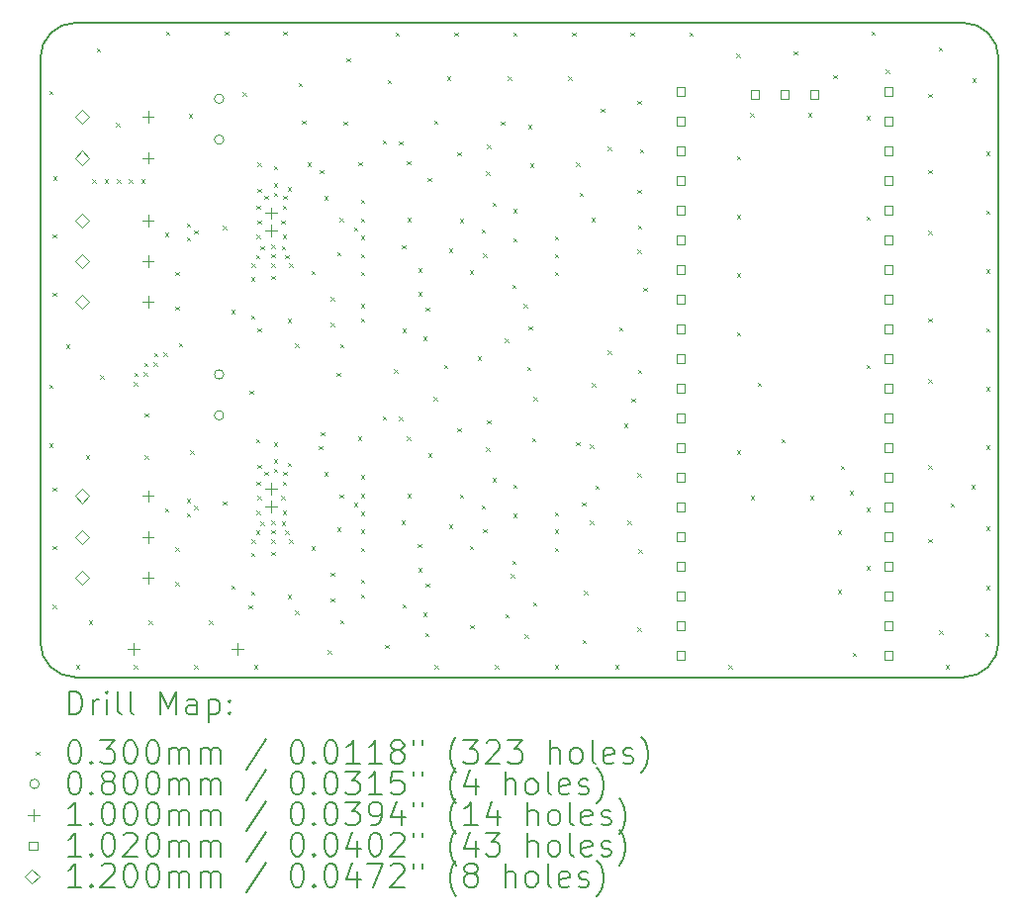
<source format=gbr>
%FSLAX45Y45*%
G04 Gerber Fmt 4.5, Leading zero omitted, Abs format (unit mm)*
G04 Created by KiCad (PCBNEW (6.0.2)) date 2023-01-29 12:52:28*
%MOMM*%
%LPD*%
G01*
G04 APERTURE LIST*
%TA.AperFunction,Profile*%
%ADD10C,0.200000*%
%TD*%
%ADD11C,0.200000*%
%ADD12C,0.030000*%
%ADD13C,0.080000*%
%ADD14C,0.100000*%
%ADD15C,0.102000*%
%ADD16C,0.120000*%
G04 APERTURE END LIST*
D10*
X5000000Y-5300000D02*
X5000000Y-10300000D01*
X12900000Y-5000000D02*
X5300000Y-5000000D01*
X13200000Y-10300000D02*
X13200000Y-5300000D01*
X5300000Y-10600000D02*
X12900000Y-10600000D01*
X5000000Y-10300000D02*
G75*
G03*
X5300000Y-10600000I300000J0D01*
G01*
X12900000Y-10600000D02*
G75*
G03*
X13200000Y-10300000I0J300000D01*
G01*
X13200000Y-5300000D02*
G75*
G03*
X12900000Y-5000000I-300000J0D01*
G01*
X5300000Y-5000000D02*
G75*
G03*
X5000000Y-5300000I0J-300000D01*
G01*
D11*
D12*
X5075000Y-5581461D02*
X5105000Y-5611461D01*
X5105000Y-5581461D02*
X5075000Y-5611461D01*
X5075000Y-8096836D02*
X5105000Y-8126836D01*
X5105000Y-8096836D02*
X5075000Y-8126836D01*
X5075000Y-8599911D02*
X5105000Y-8629911D01*
X5105000Y-8599911D02*
X5075000Y-8629911D01*
X5106500Y-7308864D02*
X5136500Y-7338864D01*
X5136500Y-7308864D02*
X5106500Y-7338864D01*
X5106500Y-8975767D02*
X5136500Y-9005767D01*
X5136500Y-8975767D02*
X5106500Y-9005767D01*
X5106500Y-9476876D02*
X5136500Y-9506876D01*
X5136500Y-9476876D02*
X5106500Y-9506876D01*
X5106500Y-9977985D02*
X5136500Y-10007985D01*
X5136500Y-9977985D02*
X5106500Y-10007985D01*
X5106708Y-6809716D02*
X5136708Y-6839716D01*
X5136708Y-6809716D02*
X5106708Y-6839716D01*
X5111500Y-6312528D02*
X5141500Y-6342528D01*
X5141500Y-6312528D02*
X5111500Y-6342528D01*
X5219972Y-7753544D02*
X5249972Y-7783544D01*
X5249972Y-7753544D02*
X5219972Y-7783544D01*
X5303556Y-10494234D02*
X5333556Y-10524234D01*
X5333556Y-10494234D02*
X5303556Y-10524234D01*
X5390265Y-8700000D02*
X5420265Y-8730000D01*
X5420265Y-8700000D02*
X5390265Y-8730000D01*
X5413774Y-10115000D02*
X5443774Y-10145000D01*
X5443774Y-10115000D02*
X5413774Y-10145000D01*
X5445000Y-6340000D02*
X5475000Y-6370000D01*
X5475000Y-6340000D02*
X5445000Y-6370000D01*
X5484573Y-5218487D02*
X5514573Y-5248487D01*
X5514573Y-5218487D02*
X5484573Y-5248487D01*
X5511843Y-8013722D02*
X5541843Y-8043722D01*
X5541843Y-8013722D02*
X5511843Y-8043722D01*
X5550000Y-6340000D02*
X5580000Y-6370000D01*
X5580000Y-6340000D02*
X5550000Y-6370000D01*
X5650000Y-5855000D02*
X5680000Y-5885000D01*
X5680000Y-5855000D02*
X5650000Y-5885000D01*
X5655000Y-6340000D02*
X5685000Y-6370000D01*
X5685000Y-6340000D02*
X5655000Y-6370000D01*
X5760000Y-6340000D02*
X5790000Y-6370000D01*
X5790000Y-6340000D02*
X5760000Y-6370000D01*
X5800442Y-8074558D02*
X5830442Y-8104558D01*
X5830442Y-8074558D02*
X5800442Y-8104558D01*
X5801056Y-10495000D02*
X5831056Y-10525000D01*
X5831056Y-10495000D02*
X5801056Y-10525000D01*
X5803977Y-7993241D02*
X5833977Y-8023241D01*
X5833977Y-7993241D02*
X5803977Y-8023241D01*
X5865000Y-6340000D02*
X5895000Y-6370000D01*
X5895000Y-6340000D02*
X5865000Y-6370000D01*
X5885294Y-7989706D02*
X5915294Y-8019706D01*
X5915294Y-7989706D02*
X5885294Y-8019706D01*
X5888830Y-7908388D02*
X5918830Y-7938388D01*
X5918830Y-7908388D02*
X5888830Y-7938388D01*
X5891716Y-8343017D02*
X5921716Y-8373017D01*
X5921716Y-8343017D02*
X5891716Y-8373017D01*
X5893340Y-8700000D02*
X5923340Y-8730000D01*
X5923340Y-8700000D02*
X5893340Y-8730000D01*
X5928481Y-10115000D02*
X5958481Y-10145000D01*
X5958481Y-10115000D02*
X5928481Y-10145000D01*
X5970147Y-7904853D02*
X6000147Y-7934853D01*
X6000147Y-7904853D02*
X5970147Y-7934853D01*
X5973683Y-7823535D02*
X6003683Y-7853535D01*
X6003683Y-7823535D02*
X5973683Y-7853535D01*
X6055000Y-7820000D02*
X6085000Y-7850000D01*
X6085000Y-7820000D02*
X6055000Y-7850000D01*
X6065000Y-6795000D02*
X6095000Y-6825000D01*
X6095000Y-6795000D02*
X6065000Y-6825000D01*
X6065000Y-9155000D02*
X6095000Y-9185000D01*
X6095000Y-9155000D02*
X6065000Y-9185000D01*
X6074326Y-5075000D02*
X6104326Y-5105000D01*
X6104326Y-5075000D02*
X6074326Y-5105000D01*
X6155000Y-7130000D02*
X6185000Y-7160000D01*
X6185000Y-7130000D02*
X6155000Y-7160000D01*
X6155000Y-7425000D02*
X6185000Y-7455000D01*
X6185000Y-7425000D02*
X6155000Y-7455000D01*
X6155000Y-9490000D02*
X6185000Y-9520000D01*
X6185000Y-9490000D02*
X6155000Y-9520000D01*
X6155000Y-9785000D02*
X6185000Y-9815000D01*
X6185000Y-9785000D02*
X6155000Y-9815000D01*
X6185000Y-7740000D02*
X6215000Y-7770000D01*
X6215000Y-7740000D02*
X6185000Y-7770000D01*
X6255000Y-6715000D02*
X6285000Y-6745000D01*
X6285000Y-6715000D02*
X6255000Y-6745000D01*
X6255000Y-6835000D02*
X6285000Y-6865000D01*
X6285000Y-6835000D02*
X6255000Y-6865000D01*
X6255000Y-9075000D02*
X6285000Y-9105000D01*
X6285000Y-9075000D02*
X6255000Y-9105000D01*
X6255000Y-9195000D02*
X6285000Y-9225000D01*
X6285000Y-9195000D02*
X6255000Y-9225000D01*
X6271634Y-5780000D02*
X6301634Y-5810000D01*
X6301634Y-5780000D02*
X6271634Y-5810000D01*
X6282617Y-8659689D02*
X6312617Y-8689689D01*
X6312617Y-8659689D02*
X6282617Y-8689689D01*
X6315000Y-6775000D02*
X6345000Y-6805000D01*
X6345000Y-6775000D02*
X6315000Y-6805000D01*
X6315000Y-9135000D02*
X6345000Y-9165000D01*
X6345000Y-9135000D02*
X6315000Y-9165000D01*
X6315763Y-10495000D02*
X6345763Y-10525000D01*
X6345763Y-10495000D02*
X6315763Y-10525000D01*
X6443183Y-10114750D02*
X6473183Y-10144750D01*
X6473183Y-10114750D02*
X6443183Y-10144750D01*
X6561500Y-6735000D02*
X6591500Y-6765000D01*
X6591500Y-6735000D02*
X6561500Y-6765000D01*
X6561500Y-9095000D02*
X6591500Y-9125000D01*
X6591500Y-9095000D02*
X6561500Y-9125000D01*
X6577401Y-5075000D02*
X6607401Y-5105000D01*
X6607401Y-5075000D02*
X6577401Y-5105000D01*
X6635000Y-7455000D02*
X6665000Y-7485000D01*
X6665000Y-7455000D02*
X6635000Y-7485000D01*
X6635000Y-9815000D02*
X6665000Y-9845000D01*
X6665000Y-9815000D02*
X6635000Y-9845000D01*
X6733220Y-5592218D02*
X6763220Y-5622218D01*
X6763220Y-5592218D02*
X6733220Y-5622218D01*
X6781380Y-9983310D02*
X6811380Y-10013310D01*
X6811380Y-9983310D02*
X6781380Y-10013310D01*
X6790000Y-8145000D02*
X6820000Y-8175000D01*
X6820000Y-8145000D02*
X6790000Y-8175000D01*
X6805000Y-7175000D02*
X6835000Y-7205000D01*
X6835000Y-7175000D02*
X6805000Y-7205000D01*
X6805000Y-7505000D02*
X6835000Y-7535000D01*
X6835000Y-7505000D02*
X6805000Y-7535000D01*
X6805000Y-9535000D02*
X6835000Y-9565000D01*
X6835000Y-9535000D02*
X6805000Y-9565000D01*
X6805000Y-9865000D02*
X6835000Y-9895000D01*
X6835000Y-9865000D02*
X6805000Y-9895000D01*
X6810000Y-7060000D02*
X6840000Y-7090000D01*
X6840000Y-7060000D02*
X6810000Y-7090000D01*
X6810000Y-9420000D02*
X6840000Y-9450000D01*
X6840000Y-9420000D02*
X6810000Y-9450000D01*
X6830470Y-10495000D02*
X6860470Y-10525000D01*
X6860470Y-10495000D02*
X6830470Y-10525000D01*
X6845000Y-6985000D02*
X6875000Y-7015000D01*
X6875000Y-6985000D02*
X6845000Y-7015000D01*
X6845000Y-8560000D02*
X6875000Y-8590000D01*
X6875000Y-8560000D02*
X6845000Y-8590000D01*
X6845000Y-9345000D02*
X6875000Y-9375000D01*
X6875000Y-9345000D02*
X6845000Y-9375000D01*
X6850000Y-6565000D02*
X6880000Y-6595000D01*
X6880000Y-6565000D02*
X6850000Y-6595000D01*
X6850000Y-6815000D02*
X6880000Y-6845000D01*
X6880000Y-6815000D02*
X6850000Y-6845000D01*
X6850000Y-8925000D02*
X6880000Y-8955000D01*
X6880000Y-8925000D02*
X6850000Y-8955000D01*
X6850000Y-9175000D02*
X6880000Y-9205000D01*
X6880000Y-9175000D02*
X6850000Y-9205000D01*
X6857459Y-7613668D02*
X6887459Y-7643668D01*
X6887459Y-7613668D02*
X6857459Y-7643668D01*
X6860000Y-6195000D02*
X6890000Y-6225000D01*
X6890000Y-6195000D02*
X6860000Y-6225000D01*
X6860000Y-6420000D02*
X6890000Y-6450000D01*
X6890000Y-6420000D02*
X6860000Y-6450000D01*
X6860000Y-6690000D02*
X6890000Y-6720000D01*
X6890000Y-6690000D02*
X6860000Y-6720000D01*
X6860000Y-8780000D02*
X6890000Y-8810000D01*
X6890000Y-8780000D02*
X6860000Y-8810000D01*
X6860000Y-9050000D02*
X6890000Y-9080000D01*
X6890000Y-9050000D02*
X6860000Y-9080000D01*
X6885000Y-6910000D02*
X6915000Y-6940000D01*
X6915000Y-6910000D02*
X6885000Y-6940000D01*
X6885000Y-9270000D02*
X6915000Y-9300000D01*
X6915000Y-9270000D02*
X6885000Y-9300000D01*
X6920000Y-6480000D02*
X6950000Y-6510000D01*
X6950000Y-6480000D02*
X6920000Y-6510000D01*
X6920000Y-8840000D02*
X6950000Y-8870000D01*
X6950000Y-8840000D02*
X6920000Y-8870000D01*
X6975000Y-6900000D02*
X7005000Y-6930000D01*
X7005000Y-6900000D02*
X6975000Y-6930000D01*
X6975000Y-6980000D02*
X7005000Y-7010000D01*
X7005000Y-6980000D02*
X6975000Y-7010000D01*
X6975000Y-7060000D02*
X7005000Y-7090000D01*
X7005000Y-7060000D02*
X6975000Y-7090000D01*
X6975000Y-7165000D02*
X7005000Y-7195000D01*
X7005000Y-7165000D02*
X6975000Y-7195000D01*
X6975000Y-9260000D02*
X7005000Y-9290000D01*
X7005000Y-9260000D02*
X6975000Y-9290000D01*
X6975000Y-9340000D02*
X7005000Y-9370000D01*
X7005000Y-9340000D02*
X6975000Y-9370000D01*
X6975000Y-9420000D02*
X7005000Y-9450000D01*
X7005000Y-9420000D02*
X6975000Y-9450000D01*
X6975000Y-9525000D02*
X7005000Y-9555000D01*
X7005000Y-9525000D02*
X6975000Y-9555000D01*
X7000000Y-6225000D02*
X7030000Y-6255000D01*
X7030000Y-6225000D02*
X7000000Y-6255000D01*
X7000000Y-6375000D02*
X7030000Y-6405000D01*
X7030000Y-6375000D02*
X7000000Y-6405000D01*
X7000000Y-6455000D02*
X7030000Y-6485000D01*
X7030000Y-6455000D02*
X7000000Y-6485000D01*
X7000000Y-8590000D02*
X7030000Y-8620000D01*
X7030000Y-8590000D02*
X7000000Y-8620000D01*
X7000000Y-8735000D02*
X7030000Y-8765000D01*
X7030000Y-8735000D02*
X7000000Y-8765000D01*
X7000000Y-8815000D02*
X7030000Y-8845000D01*
X7030000Y-8815000D02*
X7000000Y-8845000D01*
X7060000Y-6690000D02*
X7090000Y-6720000D01*
X7090000Y-6690000D02*
X7060000Y-6720000D01*
X7060000Y-9050000D02*
X7090000Y-9080000D01*
X7090000Y-9050000D02*
X7060000Y-9080000D01*
X7065000Y-6910000D02*
X7095000Y-6940000D01*
X7095000Y-6910000D02*
X7065000Y-6940000D01*
X7065000Y-9270000D02*
X7095000Y-9300000D01*
X7095000Y-9270000D02*
X7065000Y-9300000D01*
X7075000Y-6565000D02*
X7105000Y-6595000D01*
X7105000Y-6565000D02*
X7075000Y-6595000D01*
X7075000Y-6815000D02*
X7105000Y-6845000D01*
X7105000Y-6815000D02*
X7075000Y-6845000D01*
X7075000Y-8925000D02*
X7105000Y-8955000D01*
X7105000Y-8925000D02*
X7075000Y-8955000D01*
X7075000Y-9175000D02*
X7105000Y-9205000D01*
X7105000Y-9175000D02*
X7075000Y-9205000D01*
X7080000Y-6480000D02*
X7110000Y-6510000D01*
X7110000Y-6480000D02*
X7080000Y-6510000D01*
X7080000Y-8840000D02*
X7110000Y-8870000D01*
X7110000Y-8840000D02*
X7080000Y-8870000D01*
X7080476Y-5075000D02*
X7110476Y-5105000D01*
X7110476Y-5075000D02*
X7080476Y-5105000D01*
X7095000Y-6985000D02*
X7125000Y-7015000D01*
X7125000Y-6985000D02*
X7095000Y-7015000D01*
X7095000Y-9345000D02*
X7125000Y-9375000D01*
X7125000Y-9345000D02*
X7095000Y-9375000D01*
X7115000Y-6405000D02*
X7145000Y-6435000D01*
X7145000Y-6405000D02*
X7115000Y-6435000D01*
X7115000Y-7535000D02*
X7145000Y-7565000D01*
X7145000Y-7535000D02*
X7115000Y-7565000D01*
X7115000Y-8765000D02*
X7145000Y-8795000D01*
X7145000Y-8765000D02*
X7115000Y-8795000D01*
X7115000Y-9895000D02*
X7145000Y-9925000D01*
X7145000Y-9895000D02*
X7115000Y-9925000D01*
X7130000Y-7060000D02*
X7160000Y-7090000D01*
X7160000Y-7060000D02*
X7130000Y-7090000D01*
X7130000Y-9420000D02*
X7160000Y-9450000D01*
X7160000Y-9420000D02*
X7130000Y-9450000D01*
X7182450Y-7743011D02*
X7212450Y-7773011D01*
X7212450Y-7743011D02*
X7182450Y-7773011D01*
X7182450Y-10030309D02*
X7212450Y-10060309D01*
X7212450Y-10030309D02*
X7182450Y-10060309D01*
X7208905Y-5512317D02*
X7238905Y-5542317D01*
X7238905Y-5512317D02*
X7208905Y-5542317D01*
X7238046Y-5834950D02*
X7268046Y-5864950D01*
X7268046Y-5834950D02*
X7238046Y-5864950D01*
X7285801Y-6195556D02*
X7315801Y-6225556D01*
X7315801Y-6195556D02*
X7285801Y-6225556D01*
X7319500Y-7120250D02*
X7349500Y-7150250D01*
X7349500Y-7120250D02*
X7319500Y-7150250D01*
X7319500Y-9480250D02*
X7349500Y-9510250D01*
X7349500Y-9480250D02*
X7319500Y-9510250D01*
X7385000Y-8620000D02*
X7415000Y-8650000D01*
X7415000Y-8620000D02*
X7385000Y-8650000D01*
X7390000Y-6260000D02*
X7420000Y-6290000D01*
X7420000Y-6260000D02*
X7390000Y-6290000D01*
X7402161Y-8500661D02*
X7432161Y-8530661D01*
X7432161Y-8500661D02*
X7402161Y-8530661D01*
X7430000Y-6485000D02*
X7460000Y-6515000D01*
X7460000Y-6485000D02*
X7430000Y-6515000D01*
X7430000Y-8845000D02*
X7460000Y-8875000D01*
X7460000Y-8845000D02*
X7430000Y-8875000D01*
X7461261Y-10370050D02*
X7491261Y-10400050D01*
X7491261Y-10370050D02*
X7461261Y-10400050D01*
X7485000Y-7345000D02*
X7515000Y-7375000D01*
X7515000Y-7345000D02*
X7485000Y-7375000D01*
X7485000Y-7565000D02*
X7515000Y-7595000D01*
X7515000Y-7565000D02*
X7485000Y-7595000D01*
X7485000Y-9705000D02*
X7515000Y-9735000D01*
X7515000Y-9705000D02*
X7485000Y-9735000D01*
X7485000Y-9925000D02*
X7515000Y-9955000D01*
X7515000Y-9925000D02*
X7485000Y-9955000D01*
X7535093Y-7995002D02*
X7565093Y-8025002D01*
X7565093Y-7995002D02*
X7535093Y-8025002D01*
X7540000Y-6960000D02*
X7570000Y-6990000D01*
X7570000Y-6960000D02*
X7540000Y-6990000D01*
X7540000Y-9320000D02*
X7570000Y-9350000D01*
X7570000Y-9320000D02*
X7540000Y-9350000D01*
X7560000Y-6670000D02*
X7590000Y-6700000D01*
X7590000Y-6670000D02*
X7560000Y-6700000D01*
X7560000Y-9035000D02*
X7590000Y-9065000D01*
X7590000Y-9035000D02*
X7560000Y-9065000D01*
X7565000Y-7750000D02*
X7595000Y-7780000D01*
X7595000Y-7750000D02*
X7565000Y-7780000D01*
X7565000Y-10110000D02*
X7595000Y-10140000D01*
X7595000Y-10110000D02*
X7565000Y-10140000D01*
X7595891Y-5844830D02*
X7625891Y-5874830D01*
X7625891Y-5844830D02*
X7595891Y-5874830D01*
X7620852Y-5300377D02*
X7650852Y-5330377D01*
X7650852Y-5300377D02*
X7620852Y-5330377D01*
X7684950Y-9106875D02*
X7714950Y-9136875D01*
X7714950Y-9106875D02*
X7684950Y-9136875D01*
X7685000Y-6750000D02*
X7715000Y-6780000D01*
X7715000Y-6750000D02*
X7685000Y-6780000D01*
X7716534Y-8541422D02*
X7746534Y-8571422D01*
X7746534Y-8541422D02*
X7716534Y-8571422D01*
X7719939Y-6191902D02*
X7749939Y-6221902D01*
X7749939Y-6191902D02*
X7719939Y-6221902D01*
X7743125Y-6511875D02*
X7773125Y-6541875D01*
X7773125Y-6511875D02*
X7743125Y-6541875D01*
X7743125Y-6671875D02*
X7773125Y-6701875D01*
X7773125Y-6671875D02*
X7743125Y-6701875D01*
X7743125Y-6821875D02*
X7773125Y-6851875D01*
X7773125Y-6821875D02*
X7743125Y-6851875D01*
X7743125Y-6976875D02*
X7773125Y-7006875D01*
X7773125Y-6976875D02*
X7743125Y-7006875D01*
X7743125Y-7131875D02*
X7773125Y-7161875D01*
X7773125Y-7131875D02*
X7743125Y-7161875D01*
X7743125Y-8871875D02*
X7773125Y-8901875D01*
X7773125Y-8871875D02*
X7743125Y-8901875D01*
X7743125Y-9031875D02*
X7773125Y-9061875D01*
X7773125Y-9031875D02*
X7743125Y-9061875D01*
X7743125Y-9181875D02*
X7773125Y-9211875D01*
X7773125Y-9181875D02*
X7743125Y-9211875D01*
X7743125Y-9336875D02*
X7773125Y-9366875D01*
X7773125Y-9336875D02*
X7743125Y-9366875D01*
X7743125Y-9491875D02*
X7773125Y-9521875D01*
X7773125Y-9491875D02*
X7743125Y-9521875D01*
X7745000Y-7405000D02*
X7775000Y-7435000D01*
X7775000Y-7405000D02*
X7745000Y-7435000D01*
X7745000Y-7530000D02*
X7775000Y-7560000D01*
X7775000Y-7530000D02*
X7745000Y-7560000D01*
X7745000Y-9765000D02*
X7775000Y-9795000D01*
X7775000Y-9765000D02*
X7745000Y-9795000D01*
X7745000Y-9890000D02*
X7775000Y-9920000D01*
X7775000Y-9890000D02*
X7745000Y-9920000D01*
X7927851Y-6004827D02*
X7957851Y-6034827D01*
X7957851Y-6004827D02*
X7927851Y-6034827D01*
X7927851Y-8364827D02*
X7957851Y-8394827D01*
X7957851Y-8364827D02*
X7927851Y-8394827D01*
X7951597Y-10324050D02*
X7981597Y-10354050D01*
X7981597Y-10324050D02*
X7951597Y-10354050D01*
X7971263Y-5487508D02*
X8001263Y-5517508D01*
X8001263Y-5487508D02*
X7971263Y-5517508D01*
X8026484Y-7964050D02*
X8056484Y-7994050D01*
X8056484Y-7964050D02*
X8026484Y-7994050D01*
X8040403Y-5079950D02*
X8070403Y-5109950D01*
X8070403Y-5079950D02*
X8040403Y-5109950D01*
X8068125Y-6011875D02*
X8098125Y-6041875D01*
X8098125Y-6011875D02*
X8068125Y-6041875D01*
X8068125Y-8371875D02*
X8098125Y-8401875D01*
X8098125Y-8371875D02*
X8068125Y-8401875D01*
X8090000Y-9261375D02*
X8120000Y-9291375D01*
X8120000Y-9261375D02*
X8090000Y-9291375D01*
X8093375Y-6901375D02*
X8123375Y-6931375D01*
X8123375Y-6901375D02*
X8093375Y-6931375D01*
X8098125Y-7616875D02*
X8128125Y-7646875D01*
X8128125Y-7616875D02*
X8098125Y-7646875D01*
X8098125Y-9976875D02*
X8128125Y-10006875D01*
X8128125Y-9976875D02*
X8098125Y-10006875D01*
X8138125Y-6181875D02*
X8168125Y-6211875D01*
X8168125Y-6181875D02*
X8138125Y-6211875D01*
X8138125Y-8541875D02*
X8168125Y-8571875D01*
X8168125Y-8541875D02*
X8138125Y-8571875D01*
X8140000Y-6670000D02*
X8170000Y-6700000D01*
X8170000Y-6670000D02*
X8140000Y-6700000D01*
X8140000Y-9030000D02*
X8170000Y-9060000D01*
X8170000Y-9030000D02*
X8140000Y-9060000D01*
X8230000Y-9460000D02*
X8260000Y-9490000D01*
X8260000Y-9460000D02*
X8230000Y-9490000D01*
X8235000Y-7100375D02*
X8265000Y-7130375D01*
X8265000Y-7100375D02*
X8235000Y-7130375D01*
X8235000Y-7305000D02*
X8265000Y-7335000D01*
X8265000Y-7305000D02*
X8235000Y-7335000D01*
X8235000Y-9665000D02*
X8265000Y-9695000D01*
X8265000Y-9665000D02*
X8235000Y-9695000D01*
X8278125Y-7686875D02*
X8308125Y-7716875D01*
X8308125Y-7686875D02*
X8278125Y-7716875D01*
X8278125Y-10046875D02*
X8308125Y-10076875D01*
X8308125Y-10046875D02*
X8278125Y-10076875D01*
X8293125Y-10221875D02*
X8323125Y-10251875D01*
X8323125Y-10221875D02*
X8293125Y-10251875D01*
X8298125Y-7436875D02*
X8328125Y-7466875D01*
X8328125Y-7436875D02*
X8298125Y-7466875D01*
X8298125Y-9796875D02*
X8328125Y-9826875D01*
X8328125Y-9796875D02*
X8298125Y-9826875D01*
X8315000Y-6325000D02*
X8345000Y-6355000D01*
X8345000Y-6325000D02*
X8315000Y-6355000D01*
X8318125Y-8685000D02*
X8348125Y-8715000D01*
X8348125Y-8685000D02*
X8318125Y-8715000D01*
X8365000Y-8200000D02*
X8395000Y-8230000D01*
X8395000Y-8200000D02*
X8365000Y-8230000D01*
X8370000Y-5835000D02*
X8400000Y-5865000D01*
X8400000Y-5835000D02*
X8370000Y-5865000D01*
X8374592Y-10495000D02*
X8404592Y-10525000D01*
X8404592Y-10495000D02*
X8374592Y-10525000D01*
X8455000Y-7925000D02*
X8485000Y-7955000D01*
X8485000Y-7925000D02*
X8455000Y-7955000D01*
X8479572Y-5460050D02*
X8509572Y-5490050D01*
X8509572Y-5460050D02*
X8479572Y-5490050D01*
X8498125Y-6931875D02*
X8528125Y-6961875D01*
X8528125Y-6931875D02*
X8498125Y-6961875D01*
X8498125Y-9291875D02*
X8528125Y-9321875D01*
X8528125Y-9291875D02*
X8498125Y-9321875D01*
X8543478Y-5079950D02*
X8573478Y-5109950D01*
X8573478Y-5079950D02*
X8543478Y-5109950D01*
X8568125Y-6106875D02*
X8598125Y-6136875D01*
X8598125Y-6106875D02*
X8568125Y-6136875D01*
X8568125Y-8466875D02*
X8598125Y-8496875D01*
X8598125Y-8466875D02*
X8568125Y-8496875D01*
X8588125Y-6676875D02*
X8618125Y-6706875D01*
X8618125Y-6676875D02*
X8588125Y-6706875D01*
X8588125Y-9036875D02*
X8618125Y-9066875D01*
X8618125Y-9036875D02*
X8588125Y-9066875D01*
X8673125Y-7116875D02*
X8703125Y-7146875D01*
X8703125Y-7116875D02*
X8673125Y-7146875D01*
X8673125Y-9476875D02*
X8703125Y-9506875D01*
X8703125Y-9476875D02*
X8673125Y-9506875D01*
X8678125Y-10151875D02*
X8708125Y-10181875D01*
X8708125Y-10151875D02*
X8678125Y-10181875D01*
X8741301Y-7853963D02*
X8771301Y-7883963D01*
X8771301Y-7853963D02*
X8741301Y-7883963D01*
X8778125Y-6766875D02*
X8808125Y-6796875D01*
X8808125Y-6766875D02*
X8778125Y-6796875D01*
X8778125Y-9126875D02*
X8808125Y-9156875D01*
X8808125Y-9126875D02*
X8778125Y-9156875D01*
X8788125Y-6971875D02*
X8818125Y-7001875D01*
X8818125Y-6971875D02*
X8788125Y-7001875D01*
X8788125Y-9331875D02*
X8818125Y-9361875D01*
X8818125Y-9331875D02*
X8788125Y-9361875D01*
X8813125Y-6271875D02*
X8843125Y-6301875D01*
X8843125Y-6271875D02*
X8813125Y-6301875D01*
X8813125Y-8631875D02*
X8843125Y-8661875D01*
X8843125Y-8631875D02*
X8813125Y-8661875D01*
X8823125Y-6041875D02*
X8853125Y-6071875D01*
X8853125Y-6041875D02*
X8823125Y-6071875D01*
X8823125Y-8401875D02*
X8853125Y-8431875D01*
X8853125Y-8401875D02*
X8823125Y-8431875D01*
X8868125Y-6536875D02*
X8898125Y-6566875D01*
X8898125Y-6536875D02*
X8868125Y-6566875D01*
X8868125Y-8896875D02*
X8898125Y-8926875D01*
X8898125Y-8896875D02*
X8868125Y-8926875D01*
X8889299Y-10495000D02*
X8919299Y-10525000D01*
X8919299Y-10495000D02*
X8889299Y-10525000D01*
X8940000Y-5845000D02*
X8970000Y-5875000D01*
X8970000Y-5845000D02*
X8940000Y-5875000D01*
X8973175Y-7700805D02*
X9003175Y-7730805D01*
X9003175Y-7700805D02*
X8973175Y-7730805D01*
X8978125Y-10061875D02*
X9008125Y-10091875D01*
X9008125Y-10061875D02*
X8978125Y-10091875D01*
X8999255Y-5460050D02*
X9029255Y-5490050D01*
X9029255Y-5460050D02*
X8999255Y-5490050D01*
X9028125Y-9716875D02*
X9058125Y-9746875D01*
X9058125Y-9716875D02*
X9028125Y-9746875D01*
X9038125Y-7241875D02*
X9068125Y-7271875D01*
X9068125Y-7241875D02*
X9038125Y-7271875D01*
X9038125Y-9601875D02*
X9068125Y-9631875D01*
X9068125Y-9601875D02*
X9038125Y-9631875D01*
X9046553Y-5079950D02*
X9076553Y-5109950D01*
X9076553Y-5079950D02*
X9046553Y-5109950D01*
X9048125Y-6591875D02*
X9078125Y-6621875D01*
X9078125Y-6591875D02*
X9048125Y-6621875D01*
X9048125Y-6841875D02*
X9078125Y-6871875D01*
X9078125Y-6841875D02*
X9048125Y-6871875D01*
X9048125Y-8951875D02*
X9078125Y-8981875D01*
X9078125Y-8951875D02*
X9048125Y-8981875D01*
X9048125Y-9201875D02*
X9078125Y-9231875D01*
X9078125Y-9201875D02*
X9048125Y-9231875D01*
X9133825Y-7406120D02*
X9163825Y-7436120D01*
X9163825Y-7406120D02*
X9133825Y-7436120D01*
X9143125Y-10231875D02*
X9173125Y-10261875D01*
X9173125Y-10231875D02*
X9143125Y-10261875D01*
X9164797Y-7942828D02*
X9194797Y-7972828D01*
X9194797Y-7942828D02*
X9164797Y-7972828D01*
X9175000Y-5875000D02*
X9205000Y-5905000D01*
X9205000Y-5875000D02*
X9175000Y-5905000D01*
X9180000Y-7596875D02*
X9210000Y-7626875D01*
X9210000Y-7596875D02*
X9180000Y-7626875D01*
X9190000Y-6205000D02*
X9220000Y-6235000D01*
X9220000Y-6205000D02*
X9190000Y-6235000D01*
X9207410Y-8552539D02*
X9237410Y-8582539D01*
X9237410Y-8552539D02*
X9207410Y-8582539D01*
X9218125Y-9956875D02*
X9248125Y-9986875D01*
X9248125Y-9956875D02*
X9218125Y-9986875D01*
X9220000Y-8200000D02*
X9250000Y-8230000D01*
X9250000Y-8200000D02*
X9220000Y-8230000D01*
X9403125Y-6826875D02*
X9433125Y-6856875D01*
X9433125Y-6826875D02*
X9403125Y-6856875D01*
X9403125Y-6976875D02*
X9433125Y-7006875D01*
X9433125Y-6976875D02*
X9403125Y-7006875D01*
X9403125Y-7131875D02*
X9433125Y-7161875D01*
X9433125Y-7131875D02*
X9403125Y-7161875D01*
X9403125Y-9186875D02*
X9433125Y-9216875D01*
X9433125Y-9186875D02*
X9403125Y-9216875D01*
X9403125Y-9336875D02*
X9433125Y-9366875D01*
X9433125Y-9336875D02*
X9403125Y-9366875D01*
X9403125Y-9491875D02*
X9433125Y-9521875D01*
X9433125Y-9491875D02*
X9403125Y-9521875D01*
X9404006Y-10495000D02*
X9434006Y-10525000D01*
X9434006Y-10495000D02*
X9404006Y-10525000D01*
X9518937Y-5460050D02*
X9548937Y-5490050D01*
X9548937Y-5460050D02*
X9518937Y-5490050D01*
X9549628Y-5079950D02*
X9579628Y-5109950D01*
X9579628Y-5079950D02*
X9549628Y-5109950D01*
X9584950Y-6197253D02*
X9614950Y-6227253D01*
X9614950Y-6197253D02*
X9584950Y-6227253D01*
X9585000Y-8585000D02*
X9615000Y-8615000D01*
X9615000Y-8585000D02*
X9585000Y-8615000D01*
X9615000Y-6455000D02*
X9645000Y-6485000D01*
X9645000Y-6455000D02*
X9615000Y-6485000D01*
X9635000Y-9105000D02*
X9665000Y-9135000D01*
X9665000Y-9105000D02*
X9635000Y-9135000D01*
X9640084Y-10282031D02*
X9670084Y-10312031D01*
X9670084Y-10282031D02*
X9640084Y-10312031D01*
X9653925Y-9862444D02*
X9683925Y-9892444D01*
X9683925Y-9862444D02*
X9653925Y-9892444D01*
X9703040Y-8606998D02*
X9733040Y-8636998D01*
X9733040Y-8606998D02*
X9703040Y-8636998D01*
X9704054Y-9260569D02*
X9734054Y-9290569D01*
X9734054Y-9260569D02*
X9704054Y-9290569D01*
X9717450Y-6669414D02*
X9747450Y-6699414D01*
X9747450Y-6669414D02*
X9717450Y-6699414D01*
X9721303Y-8083241D02*
X9751303Y-8113241D01*
X9751303Y-8083241D02*
X9721303Y-8113241D01*
X9749284Y-8957450D02*
X9779284Y-8987450D01*
X9779284Y-8957450D02*
X9749284Y-8987450D01*
X9795000Y-5734950D02*
X9825000Y-5764950D01*
X9825000Y-5734950D02*
X9795000Y-5764950D01*
X9855000Y-6060000D02*
X9885000Y-6090000D01*
X9885000Y-6060000D02*
X9855000Y-6090000D01*
X9855000Y-7805000D02*
X9885000Y-7835000D01*
X9885000Y-7805000D02*
X9855000Y-7835000D01*
X9918713Y-10495000D02*
X9948713Y-10525000D01*
X9948713Y-10495000D02*
X9918713Y-10525000D01*
X9955050Y-7604179D02*
X9985050Y-7634179D01*
X9985050Y-7604179D02*
X9955050Y-7634179D01*
X9993791Y-8431533D02*
X10023791Y-8461533D01*
X10023791Y-8431533D02*
X9993791Y-8461533D01*
X10023750Y-9261045D02*
X10053750Y-9291045D01*
X10053750Y-9261045D02*
X10023750Y-9291045D01*
X10052704Y-5079950D02*
X10082704Y-5109950D01*
X10082704Y-5079950D02*
X10052704Y-5109950D01*
X10061169Y-8214550D02*
X10091169Y-8244550D01*
X10091169Y-8214550D02*
X10061169Y-8244550D01*
X10110950Y-5664914D02*
X10140950Y-5694914D01*
X10140950Y-5664914D02*
X10110950Y-5694914D01*
X10110950Y-6426914D02*
X10140950Y-6456914D01*
X10140950Y-6426914D02*
X10110950Y-6456914D01*
X10110950Y-8851422D02*
X10140950Y-8881422D01*
X10140950Y-8851422D02*
X10110950Y-8881422D01*
X10110950Y-10176156D02*
X10140950Y-10206156D01*
X10140950Y-10176156D02*
X10110950Y-10206156D01*
X10111624Y-6941758D02*
X10141624Y-6971758D01*
X10141624Y-6941758D02*
X10111624Y-6971758D01*
X10113767Y-7968533D02*
X10143767Y-7998533D01*
X10143767Y-7968533D02*
X10113767Y-7998533D01*
X10114803Y-6731258D02*
X10144803Y-6761258D01*
X10144803Y-6731258D02*
X10114803Y-6761258D01*
X10117976Y-9505402D02*
X10147976Y-9535402D01*
X10147976Y-9505402D02*
X10117976Y-9535402D01*
X10130000Y-6080000D02*
X10160000Y-6110000D01*
X10160000Y-6080000D02*
X10130000Y-6110000D01*
X10160019Y-7264420D02*
X10190019Y-7294420D01*
X10190019Y-7264420D02*
X10160019Y-7294420D01*
X10555779Y-5079950D02*
X10585779Y-5109950D01*
X10585779Y-5079950D02*
X10555779Y-5109950D01*
X10890000Y-10495000D02*
X10920000Y-10525000D01*
X10920000Y-10495000D02*
X10890000Y-10525000D01*
X10955243Y-5265352D02*
X10985243Y-5295352D01*
X10985243Y-5265352D02*
X10955243Y-5295352D01*
X10960050Y-6138804D02*
X10990050Y-6168804D01*
X10990050Y-6138804D02*
X10960050Y-6168804D01*
X10960050Y-6641879D02*
X10990050Y-6671879D01*
X10990050Y-6641879D02*
X10960050Y-6671879D01*
X10960050Y-7144954D02*
X10990050Y-7174954D01*
X10990050Y-7144954D02*
X10960050Y-7174954D01*
X10960050Y-7648029D02*
X10990050Y-7678029D01*
X10990050Y-7648029D02*
X10960050Y-7678029D01*
X10960050Y-8660565D02*
X10990050Y-8690565D01*
X10990050Y-8660565D02*
X10960050Y-8690565D01*
X11073309Y-5772550D02*
X11103309Y-5802550D01*
X11103309Y-5772550D02*
X11073309Y-5802550D01*
X11079162Y-9050000D02*
X11109162Y-9080000D01*
X11109162Y-9050000D02*
X11079162Y-9080000D01*
X11138628Y-8077135D02*
X11168628Y-8107135D01*
X11168628Y-8077135D02*
X11138628Y-8107135D01*
X11340523Y-8562015D02*
X11370523Y-8592015D01*
X11370523Y-8562015D02*
X11340523Y-8592015D01*
X11449335Y-5242836D02*
X11479335Y-5272836D01*
X11479335Y-5242836D02*
X11449335Y-5272836D01*
X11569930Y-5772550D02*
X11599930Y-5802550D01*
X11599930Y-5772550D02*
X11569930Y-5802550D01*
X11587708Y-9050000D02*
X11617708Y-9080000D01*
X11617708Y-9050000D02*
X11587708Y-9080000D01*
X11784050Y-5445654D02*
X11814050Y-5475654D01*
X11814050Y-5445654D02*
X11784050Y-5475654D01*
X11825000Y-9345275D02*
X11855000Y-9375275D01*
X11855000Y-9345275D02*
X11825000Y-9375275D01*
X11825000Y-9853821D02*
X11855000Y-9883821D01*
X11855000Y-9853821D02*
X11825000Y-9883821D01*
X11850083Y-8788591D02*
X11880083Y-8818591D01*
X11880083Y-8788591D02*
X11850083Y-8818591D01*
X11925000Y-9005000D02*
X11955000Y-9035000D01*
X11955000Y-9005000D02*
X11925000Y-9035000D01*
X11950000Y-10390000D02*
X11980000Y-10420000D01*
X11980000Y-10390000D02*
X11950000Y-10420000D01*
X12068950Y-5797896D02*
X12098950Y-5827896D01*
X12098950Y-5797896D02*
X12068950Y-5827896D01*
X12068950Y-6656830D02*
X12098950Y-6686830D01*
X12098950Y-6656830D02*
X12068950Y-6686830D01*
X12068950Y-7926924D02*
X12098950Y-7956924D01*
X12098950Y-7926924D02*
X12068950Y-7956924D01*
X12068950Y-9148608D02*
X12098950Y-9178608D01*
X12098950Y-9148608D02*
X12068950Y-9178608D01*
X12068950Y-9650650D02*
X12098950Y-9680650D01*
X12098950Y-9650650D02*
X12068950Y-9680650D01*
X12111227Y-5075000D02*
X12141227Y-5105000D01*
X12141227Y-5075000D02*
X12111227Y-5105000D01*
X12236001Y-5399450D02*
X12266001Y-5429450D01*
X12266001Y-5399450D02*
X12236001Y-5429450D01*
X12599050Y-5605102D02*
X12629050Y-5635102D01*
X12629050Y-5605102D02*
X12599050Y-5635102D01*
X12599050Y-6259277D02*
X12629050Y-6289277D01*
X12629050Y-6259277D02*
X12599050Y-6289277D01*
X12599050Y-6778168D02*
X12629050Y-6808168D01*
X12629050Y-6778168D02*
X12599050Y-6808168D01*
X12599050Y-7529183D02*
X12629050Y-7559183D01*
X12629050Y-7529183D02*
X12599050Y-7559183D01*
X12599050Y-8048074D02*
X12629050Y-8078074D01*
X12629050Y-8048074D02*
X12599050Y-8078074D01*
X12599050Y-8786414D02*
X12629050Y-8816414D01*
X12629050Y-8786414D02*
X12599050Y-8816414D01*
X12599050Y-9416650D02*
X12629050Y-9446650D01*
X12629050Y-9416650D02*
X12599050Y-9446650D01*
X12688798Y-5208530D02*
X12718798Y-5238530D01*
X12718798Y-5208530D02*
X12688798Y-5238530D01*
X12693423Y-10198327D02*
X12723423Y-10228327D01*
X12723423Y-10198327D02*
X12693423Y-10228327D01*
X12748112Y-10495000D02*
X12778112Y-10525000D01*
X12778112Y-10495000D02*
X12748112Y-10525000D01*
X12787950Y-9109893D02*
X12817950Y-9139893D01*
X12817950Y-9109893D02*
X12787950Y-9139893D01*
X12966568Y-8954950D02*
X12996568Y-8984950D01*
X12996568Y-8954950D02*
X12966568Y-8984950D01*
X12976103Y-5474343D02*
X13006103Y-5504343D01*
X13006103Y-5474343D02*
X12976103Y-5504343D01*
X13086171Y-10222812D02*
X13116171Y-10252812D01*
X13116171Y-10222812D02*
X13086171Y-10252812D01*
X13095000Y-6102421D02*
X13125000Y-6132421D01*
X13125000Y-6102421D02*
X13095000Y-6132421D01*
X13095000Y-6605496D02*
X13125000Y-6635496D01*
X13125000Y-6605496D02*
X13095000Y-6635496D01*
X13095000Y-7108571D02*
X13125000Y-7138571D01*
X13125000Y-7108571D02*
X13095000Y-7138571D01*
X13095000Y-7611646D02*
X13125000Y-7641646D01*
X13125000Y-7611646D02*
X13095000Y-7641646D01*
X13095000Y-8114721D02*
X13125000Y-8144721D01*
X13125000Y-8114721D02*
X13095000Y-8144721D01*
X13095000Y-8617797D02*
X13125000Y-8647797D01*
X13125000Y-8617797D02*
X13095000Y-8647797D01*
X13095000Y-9311928D02*
X13125000Y-9341928D01*
X13125000Y-9311928D02*
X13095000Y-9341928D01*
X13095000Y-9820474D02*
X13125000Y-9850474D01*
X13125000Y-9820474D02*
X13095000Y-9850474D01*
D13*
X6570000Y-5649625D02*
G75*
G03*
X6570000Y-5649625I-40000J0D01*
G01*
X6570000Y-5999625D02*
G75*
G03*
X6570000Y-5999625I-40000J0D01*
G01*
X6570000Y-8009625D02*
G75*
G03*
X6570000Y-8009625I-40000J0D01*
G01*
X6570000Y-8359625D02*
G75*
G03*
X6570000Y-8359625I-40000J0D01*
G01*
D14*
X5795000Y-10310000D02*
X5795000Y-10410000D01*
X5745000Y-10360000D02*
X5845000Y-10360000D01*
X5921500Y-5755000D02*
X5921500Y-5855000D01*
X5871500Y-5805000D02*
X5971500Y-5805000D01*
X5921500Y-6105000D02*
X5921500Y-6205000D01*
X5871500Y-6155000D02*
X5971500Y-6155000D01*
X5921500Y-6640000D02*
X5921500Y-6740000D01*
X5871500Y-6690000D02*
X5971500Y-6690000D01*
X5921500Y-6990000D02*
X5921500Y-7090000D01*
X5871500Y-7040000D02*
X5971500Y-7040000D01*
X5921500Y-7340000D02*
X5921500Y-7440000D01*
X5871500Y-7390000D02*
X5971500Y-7390000D01*
X5921500Y-9000000D02*
X5921500Y-9100000D01*
X5871500Y-9050000D02*
X5971500Y-9050000D01*
X5921500Y-9350000D02*
X5921500Y-9450000D01*
X5871500Y-9400000D02*
X5971500Y-9400000D01*
X5921500Y-9700000D02*
X5921500Y-9800000D01*
X5871500Y-9750000D02*
X5971500Y-9750000D01*
X6685000Y-10310000D02*
X6685000Y-10410000D01*
X6635000Y-10360000D02*
X6735000Y-10360000D01*
X6976500Y-6578500D02*
X6976500Y-6678500D01*
X6926500Y-6628500D02*
X7026500Y-6628500D01*
X6976500Y-6728500D02*
X6976500Y-6828500D01*
X6926500Y-6778500D02*
X7026500Y-6778500D01*
X6976500Y-8938500D02*
X6976500Y-9038500D01*
X6926500Y-8988500D02*
X7026500Y-8988500D01*
X6976500Y-9088500D02*
X6976500Y-9188500D01*
X6926500Y-9138500D02*
X7026500Y-9138500D01*
D15*
X10517063Y-5625563D02*
X10517063Y-5553437D01*
X10444937Y-5553437D01*
X10444937Y-5625563D01*
X10517063Y-5625563D01*
X10517063Y-5879563D02*
X10517063Y-5807437D01*
X10444937Y-5807437D01*
X10444937Y-5879563D01*
X10517063Y-5879563D01*
X10517063Y-6133563D02*
X10517063Y-6061437D01*
X10444937Y-6061437D01*
X10444937Y-6133563D01*
X10517063Y-6133563D01*
X10517063Y-6387563D02*
X10517063Y-6315437D01*
X10444937Y-6315437D01*
X10444937Y-6387563D01*
X10517063Y-6387563D01*
X10517063Y-6641563D02*
X10517063Y-6569437D01*
X10444937Y-6569437D01*
X10444937Y-6641563D01*
X10517063Y-6641563D01*
X10517063Y-6895563D02*
X10517063Y-6823437D01*
X10444937Y-6823437D01*
X10444937Y-6895563D01*
X10517063Y-6895563D01*
X10517063Y-7149563D02*
X10517063Y-7077437D01*
X10444937Y-7077437D01*
X10444937Y-7149563D01*
X10517063Y-7149563D01*
X10517063Y-7403563D02*
X10517063Y-7331437D01*
X10444937Y-7331437D01*
X10444937Y-7403563D01*
X10517063Y-7403563D01*
X10517063Y-7657563D02*
X10517063Y-7585437D01*
X10444937Y-7585437D01*
X10444937Y-7657563D01*
X10517063Y-7657563D01*
X10517063Y-7911563D02*
X10517063Y-7839437D01*
X10444937Y-7839437D01*
X10444937Y-7911563D01*
X10517063Y-7911563D01*
X10517063Y-8165563D02*
X10517063Y-8093437D01*
X10444937Y-8093437D01*
X10444937Y-8165563D01*
X10517063Y-8165563D01*
X10517063Y-8419563D02*
X10517063Y-8347437D01*
X10444937Y-8347437D01*
X10444937Y-8419563D01*
X10517063Y-8419563D01*
X10517063Y-8673563D02*
X10517063Y-8601437D01*
X10444937Y-8601437D01*
X10444937Y-8673563D01*
X10517063Y-8673563D01*
X10517063Y-8927563D02*
X10517063Y-8855437D01*
X10444937Y-8855437D01*
X10444937Y-8927563D01*
X10517063Y-8927563D01*
X10517063Y-9181563D02*
X10517063Y-9109437D01*
X10444937Y-9109437D01*
X10444937Y-9181563D01*
X10517063Y-9181563D01*
X10517063Y-9435563D02*
X10517063Y-9363437D01*
X10444937Y-9363437D01*
X10444937Y-9435563D01*
X10517063Y-9435563D01*
X10517063Y-9689563D02*
X10517063Y-9617437D01*
X10444937Y-9617437D01*
X10444937Y-9689563D01*
X10517063Y-9689563D01*
X10517063Y-9943563D02*
X10517063Y-9871437D01*
X10444937Y-9871437D01*
X10444937Y-9943563D01*
X10517063Y-9943563D01*
X10517063Y-10197563D02*
X10517063Y-10125437D01*
X10444937Y-10125437D01*
X10444937Y-10197563D01*
X10517063Y-10197563D01*
X10517063Y-10451563D02*
X10517063Y-10379437D01*
X10444937Y-10379437D01*
X10444937Y-10451563D01*
X10517063Y-10451563D01*
X11152063Y-5648563D02*
X11152063Y-5576437D01*
X11079937Y-5576437D01*
X11079937Y-5648563D01*
X11152063Y-5648563D01*
X11406063Y-5648563D02*
X11406063Y-5576437D01*
X11333937Y-5576437D01*
X11333937Y-5648563D01*
X11406063Y-5648563D01*
X11660063Y-5648563D02*
X11660063Y-5576437D01*
X11587937Y-5576437D01*
X11587937Y-5648563D01*
X11660063Y-5648563D01*
X12295063Y-5625563D02*
X12295063Y-5553437D01*
X12222937Y-5553437D01*
X12222937Y-5625563D01*
X12295063Y-5625563D01*
X12295063Y-5879563D02*
X12295063Y-5807437D01*
X12222937Y-5807437D01*
X12222937Y-5879563D01*
X12295063Y-5879563D01*
X12295063Y-6133563D02*
X12295063Y-6061437D01*
X12222937Y-6061437D01*
X12222937Y-6133563D01*
X12295063Y-6133563D01*
X12295063Y-6387563D02*
X12295063Y-6315437D01*
X12222937Y-6315437D01*
X12222937Y-6387563D01*
X12295063Y-6387563D01*
X12295063Y-6641563D02*
X12295063Y-6569437D01*
X12222937Y-6569437D01*
X12222937Y-6641563D01*
X12295063Y-6641563D01*
X12295063Y-6895563D02*
X12295063Y-6823437D01*
X12222937Y-6823437D01*
X12222937Y-6895563D01*
X12295063Y-6895563D01*
X12295063Y-7149563D02*
X12295063Y-7077437D01*
X12222937Y-7077437D01*
X12222937Y-7149563D01*
X12295063Y-7149563D01*
X12295063Y-7403563D02*
X12295063Y-7331437D01*
X12222937Y-7331437D01*
X12222937Y-7403563D01*
X12295063Y-7403563D01*
X12295063Y-7657563D02*
X12295063Y-7585437D01*
X12222937Y-7585437D01*
X12222937Y-7657563D01*
X12295063Y-7657563D01*
X12295063Y-7911563D02*
X12295063Y-7839437D01*
X12222937Y-7839437D01*
X12222937Y-7911563D01*
X12295063Y-7911563D01*
X12295063Y-8165563D02*
X12295063Y-8093437D01*
X12222937Y-8093437D01*
X12222937Y-8165563D01*
X12295063Y-8165563D01*
X12295063Y-8419563D02*
X12295063Y-8347437D01*
X12222937Y-8347437D01*
X12222937Y-8419563D01*
X12295063Y-8419563D01*
X12295063Y-8673563D02*
X12295063Y-8601437D01*
X12222937Y-8601437D01*
X12222937Y-8673563D01*
X12295063Y-8673563D01*
X12295063Y-8927563D02*
X12295063Y-8855437D01*
X12222937Y-8855437D01*
X12222937Y-8927563D01*
X12295063Y-8927563D01*
X12295063Y-9181563D02*
X12295063Y-9109437D01*
X12222937Y-9109437D01*
X12222937Y-9181563D01*
X12295063Y-9181563D01*
X12295063Y-9435563D02*
X12295063Y-9363437D01*
X12222937Y-9363437D01*
X12222937Y-9435563D01*
X12295063Y-9435563D01*
X12295063Y-9689563D02*
X12295063Y-9617437D01*
X12222937Y-9617437D01*
X12222937Y-9689563D01*
X12295063Y-9689563D01*
X12295063Y-9943563D02*
X12295063Y-9871437D01*
X12222937Y-9871437D01*
X12222937Y-9943563D01*
X12295063Y-9943563D01*
X12295063Y-10197563D02*
X12295063Y-10125437D01*
X12222937Y-10125437D01*
X12222937Y-10197563D01*
X12295063Y-10197563D01*
X12295063Y-10451563D02*
X12295063Y-10379437D01*
X12222937Y-10379437D01*
X12222937Y-10451563D01*
X12295063Y-10451563D01*
D16*
X5361500Y-5865000D02*
X5421500Y-5805000D01*
X5361500Y-5745000D01*
X5301500Y-5805000D01*
X5361500Y-5865000D01*
X5361500Y-6215000D02*
X5421500Y-6155000D01*
X5361500Y-6095000D01*
X5301500Y-6155000D01*
X5361500Y-6215000D01*
X5361500Y-6750000D02*
X5421500Y-6690000D01*
X5361500Y-6630000D01*
X5301500Y-6690000D01*
X5361500Y-6750000D01*
X5361500Y-7100000D02*
X5421500Y-7040000D01*
X5361500Y-6980000D01*
X5301500Y-7040000D01*
X5361500Y-7100000D01*
X5361500Y-7450000D02*
X5421500Y-7390000D01*
X5361500Y-7330000D01*
X5301500Y-7390000D01*
X5361500Y-7450000D01*
X5361500Y-9110000D02*
X5421500Y-9050000D01*
X5361500Y-8990000D01*
X5301500Y-9050000D01*
X5361500Y-9110000D01*
X5361500Y-9460000D02*
X5421500Y-9400000D01*
X5361500Y-9340000D01*
X5301500Y-9400000D01*
X5361500Y-9460000D01*
X5361500Y-9810000D02*
X5421500Y-9750000D01*
X5361500Y-9690000D01*
X5301500Y-9750000D01*
X5361500Y-9810000D01*
D11*
X5247619Y-10920476D02*
X5247619Y-10720476D01*
X5295238Y-10720476D01*
X5323810Y-10730000D01*
X5342857Y-10749048D01*
X5352381Y-10768095D01*
X5361905Y-10806190D01*
X5361905Y-10834762D01*
X5352381Y-10872857D01*
X5342857Y-10891905D01*
X5323810Y-10910952D01*
X5295238Y-10920476D01*
X5247619Y-10920476D01*
X5447619Y-10920476D02*
X5447619Y-10787143D01*
X5447619Y-10825238D02*
X5457143Y-10806190D01*
X5466667Y-10796667D01*
X5485714Y-10787143D01*
X5504762Y-10787143D01*
X5571429Y-10920476D02*
X5571429Y-10787143D01*
X5571429Y-10720476D02*
X5561905Y-10730000D01*
X5571429Y-10739524D01*
X5580952Y-10730000D01*
X5571429Y-10720476D01*
X5571429Y-10739524D01*
X5695238Y-10920476D02*
X5676190Y-10910952D01*
X5666667Y-10891905D01*
X5666667Y-10720476D01*
X5800000Y-10920476D02*
X5780952Y-10910952D01*
X5771428Y-10891905D01*
X5771428Y-10720476D01*
X6028571Y-10920476D02*
X6028571Y-10720476D01*
X6095238Y-10863333D01*
X6161905Y-10720476D01*
X6161905Y-10920476D01*
X6342857Y-10920476D02*
X6342857Y-10815714D01*
X6333333Y-10796667D01*
X6314286Y-10787143D01*
X6276190Y-10787143D01*
X6257143Y-10796667D01*
X6342857Y-10910952D02*
X6323809Y-10920476D01*
X6276190Y-10920476D01*
X6257143Y-10910952D01*
X6247619Y-10891905D01*
X6247619Y-10872857D01*
X6257143Y-10853810D01*
X6276190Y-10844286D01*
X6323809Y-10844286D01*
X6342857Y-10834762D01*
X6438095Y-10787143D02*
X6438095Y-10987143D01*
X6438095Y-10796667D02*
X6457143Y-10787143D01*
X6495238Y-10787143D01*
X6514286Y-10796667D01*
X6523809Y-10806190D01*
X6533333Y-10825238D01*
X6533333Y-10882381D01*
X6523809Y-10901429D01*
X6514286Y-10910952D01*
X6495238Y-10920476D01*
X6457143Y-10920476D01*
X6438095Y-10910952D01*
X6619048Y-10901429D02*
X6628571Y-10910952D01*
X6619048Y-10920476D01*
X6609524Y-10910952D01*
X6619048Y-10901429D01*
X6619048Y-10920476D01*
X6619048Y-10796667D02*
X6628571Y-10806190D01*
X6619048Y-10815714D01*
X6609524Y-10806190D01*
X6619048Y-10796667D01*
X6619048Y-10815714D01*
D12*
X4960000Y-11235000D02*
X4990000Y-11265000D01*
X4990000Y-11235000D02*
X4960000Y-11265000D01*
D11*
X5285714Y-11140476D02*
X5304762Y-11140476D01*
X5323810Y-11150000D01*
X5333333Y-11159524D01*
X5342857Y-11178571D01*
X5352381Y-11216667D01*
X5352381Y-11264286D01*
X5342857Y-11302381D01*
X5333333Y-11321428D01*
X5323810Y-11330952D01*
X5304762Y-11340476D01*
X5285714Y-11340476D01*
X5266667Y-11330952D01*
X5257143Y-11321428D01*
X5247619Y-11302381D01*
X5238095Y-11264286D01*
X5238095Y-11216667D01*
X5247619Y-11178571D01*
X5257143Y-11159524D01*
X5266667Y-11150000D01*
X5285714Y-11140476D01*
X5438095Y-11321428D02*
X5447619Y-11330952D01*
X5438095Y-11340476D01*
X5428571Y-11330952D01*
X5438095Y-11321428D01*
X5438095Y-11340476D01*
X5514286Y-11140476D02*
X5638095Y-11140476D01*
X5571429Y-11216667D01*
X5600000Y-11216667D01*
X5619048Y-11226190D01*
X5628571Y-11235714D01*
X5638095Y-11254762D01*
X5638095Y-11302381D01*
X5628571Y-11321428D01*
X5619048Y-11330952D01*
X5600000Y-11340476D01*
X5542857Y-11340476D01*
X5523810Y-11330952D01*
X5514286Y-11321428D01*
X5761905Y-11140476D02*
X5780952Y-11140476D01*
X5800000Y-11150000D01*
X5809524Y-11159524D01*
X5819048Y-11178571D01*
X5828571Y-11216667D01*
X5828571Y-11264286D01*
X5819048Y-11302381D01*
X5809524Y-11321428D01*
X5800000Y-11330952D01*
X5780952Y-11340476D01*
X5761905Y-11340476D01*
X5742857Y-11330952D01*
X5733333Y-11321428D01*
X5723809Y-11302381D01*
X5714286Y-11264286D01*
X5714286Y-11216667D01*
X5723809Y-11178571D01*
X5733333Y-11159524D01*
X5742857Y-11150000D01*
X5761905Y-11140476D01*
X5952381Y-11140476D02*
X5971428Y-11140476D01*
X5990476Y-11150000D01*
X6000000Y-11159524D01*
X6009524Y-11178571D01*
X6019048Y-11216667D01*
X6019048Y-11264286D01*
X6009524Y-11302381D01*
X6000000Y-11321428D01*
X5990476Y-11330952D01*
X5971428Y-11340476D01*
X5952381Y-11340476D01*
X5933333Y-11330952D01*
X5923809Y-11321428D01*
X5914286Y-11302381D01*
X5904762Y-11264286D01*
X5904762Y-11216667D01*
X5914286Y-11178571D01*
X5923809Y-11159524D01*
X5933333Y-11150000D01*
X5952381Y-11140476D01*
X6104762Y-11340476D02*
X6104762Y-11207143D01*
X6104762Y-11226190D02*
X6114286Y-11216667D01*
X6133333Y-11207143D01*
X6161905Y-11207143D01*
X6180952Y-11216667D01*
X6190476Y-11235714D01*
X6190476Y-11340476D01*
X6190476Y-11235714D02*
X6200000Y-11216667D01*
X6219048Y-11207143D01*
X6247619Y-11207143D01*
X6266667Y-11216667D01*
X6276190Y-11235714D01*
X6276190Y-11340476D01*
X6371428Y-11340476D02*
X6371428Y-11207143D01*
X6371428Y-11226190D02*
X6380952Y-11216667D01*
X6400000Y-11207143D01*
X6428571Y-11207143D01*
X6447619Y-11216667D01*
X6457143Y-11235714D01*
X6457143Y-11340476D01*
X6457143Y-11235714D02*
X6466667Y-11216667D01*
X6485714Y-11207143D01*
X6514286Y-11207143D01*
X6533333Y-11216667D01*
X6542857Y-11235714D01*
X6542857Y-11340476D01*
X6933333Y-11130952D02*
X6761905Y-11388095D01*
X7190476Y-11140476D02*
X7209524Y-11140476D01*
X7228571Y-11150000D01*
X7238095Y-11159524D01*
X7247619Y-11178571D01*
X7257143Y-11216667D01*
X7257143Y-11264286D01*
X7247619Y-11302381D01*
X7238095Y-11321428D01*
X7228571Y-11330952D01*
X7209524Y-11340476D01*
X7190476Y-11340476D01*
X7171428Y-11330952D01*
X7161905Y-11321428D01*
X7152381Y-11302381D01*
X7142857Y-11264286D01*
X7142857Y-11216667D01*
X7152381Y-11178571D01*
X7161905Y-11159524D01*
X7171428Y-11150000D01*
X7190476Y-11140476D01*
X7342857Y-11321428D02*
X7352381Y-11330952D01*
X7342857Y-11340476D01*
X7333333Y-11330952D01*
X7342857Y-11321428D01*
X7342857Y-11340476D01*
X7476190Y-11140476D02*
X7495238Y-11140476D01*
X7514286Y-11150000D01*
X7523809Y-11159524D01*
X7533333Y-11178571D01*
X7542857Y-11216667D01*
X7542857Y-11264286D01*
X7533333Y-11302381D01*
X7523809Y-11321428D01*
X7514286Y-11330952D01*
X7495238Y-11340476D01*
X7476190Y-11340476D01*
X7457143Y-11330952D01*
X7447619Y-11321428D01*
X7438095Y-11302381D01*
X7428571Y-11264286D01*
X7428571Y-11216667D01*
X7438095Y-11178571D01*
X7447619Y-11159524D01*
X7457143Y-11150000D01*
X7476190Y-11140476D01*
X7733333Y-11340476D02*
X7619048Y-11340476D01*
X7676190Y-11340476D02*
X7676190Y-11140476D01*
X7657143Y-11169048D01*
X7638095Y-11188095D01*
X7619048Y-11197619D01*
X7923809Y-11340476D02*
X7809524Y-11340476D01*
X7866667Y-11340476D02*
X7866667Y-11140476D01*
X7847619Y-11169048D01*
X7828571Y-11188095D01*
X7809524Y-11197619D01*
X8038095Y-11226190D02*
X8019048Y-11216667D01*
X8009524Y-11207143D01*
X8000000Y-11188095D01*
X8000000Y-11178571D01*
X8009524Y-11159524D01*
X8019048Y-11150000D01*
X8038095Y-11140476D01*
X8076190Y-11140476D01*
X8095238Y-11150000D01*
X8104762Y-11159524D01*
X8114286Y-11178571D01*
X8114286Y-11188095D01*
X8104762Y-11207143D01*
X8095238Y-11216667D01*
X8076190Y-11226190D01*
X8038095Y-11226190D01*
X8019048Y-11235714D01*
X8009524Y-11245238D01*
X8000000Y-11264286D01*
X8000000Y-11302381D01*
X8009524Y-11321428D01*
X8019048Y-11330952D01*
X8038095Y-11340476D01*
X8076190Y-11340476D01*
X8095238Y-11330952D01*
X8104762Y-11321428D01*
X8114286Y-11302381D01*
X8114286Y-11264286D01*
X8104762Y-11245238D01*
X8095238Y-11235714D01*
X8076190Y-11226190D01*
X8190476Y-11140476D02*
X8190476Y-11178571D01*
X8266667Y-11140476D02*
X8266667Y-11178571D01*
X8561905Y-11416667D02*
X8552381Y-11407143D01*
X8533333Y-11378571D01*
X8523810Y-11359524D01*
X8514286Y-11330952D01*
X8504762Y-11283333D01*
X8504762Y-11245238D01*
X8514286Y-11197619D01*
X8523810Y-11169048D01*
X8533333Y-11150000D01*
X8552381Y-11121429D01*
X8561905Y-11111905D01*
X8619048Y-11140476D02*
X8742857Y-11140476D01*
X8676190Y-11216667D01*
X8704762Y-11216667D01*
X8723810Y-11226190D01*
X8733333Y-11235714D01*
X8742857Y-11254762D01*
X8742857Y-11302381D01*
X8733333Y-11321428D01*
X8723810Y-11330952D01*
X8704762Y-11340476D01*
X8647619Y-11340476D01*
X8628571Y-11330952D01*
X8619048Y-11321428D01*
X8819048Y-11159524D02*
X8828571Y-11150000D01*
X8847619Y-11140476D01*
X8895238Y-11140476D01*
X8914286Y-11150000D01*
X8923810Y-11159524D01*
X8933333Y-11178571D01*
X8933333Y-11197619D01*
X8923810Y-11226190D01*
X8809524Y-11340476D01*
X8933333Y-11340476D01*
X9000000Y-11140476D02*
X9123810Y-11140476D01*
X9057143Y-11216667D01*
X9085714Y-11216667D01*
X9104762Y-11226190D01*
X9114286Y-11235714D01*
X9123810Y-11254762D01*
X9123810Y-11302381D01*
X9114286Y-11321428D01*
X9104762Y-11330952D01*
X9085714Y-11340476D01*
X9028571Y-11340476D01*
X9009524Y-11330952D01*
X9000000Y-11321428D01*
X9361905Y-11340476D02*
X9361905Y-11140476D01*
X9447619Y-11340476D02*
X9447619Y-11235714D01*
X9438095Y-11216667D01*
X9419048Y-11207143D01*
X9390476Y-11207143D01*
X9371429Y-11216667D01*
X9361905Y-11226190D01*
X9571429Y-11340476D02*
X9552381Y-11330952D01*
X9542857Y-11321428D01*
X9533333Y-11302381D01*
X9533333Y-11245238D01*
X9542857Y-11226190D01*
X9552381Y-11216667D01*
X9571429Y-11207143D01*
X9600000Y-11207143D01*
X9619048Y-11216667D01*
X9628571Y-11226190D01*
X9638095Y-11245238D01*
X9638095Y-11302381D01*
X9628571Y-11321428D01*
X9619048Y-11330952D01*
X9600000Y-11340476D01*
X9571429Y-11340476D01*
X9752381Y-11340476D02*
X9733333Y-11330952D01*
X9723810Y-11311905D01*
X9723810Y-11140476D01*
X9904762Y-11330952D02*
X9885714Y-11340476D01*
X9847619Y-11340476D01*
X9828571Y-11330952D01*
X9819048Y-11311905D01*
X9819048Y-11235714D01*
X9828571Y-11216667D01*
X9847619Y-11207143D01*
X9885714Y-11207143D01*
X9904762Y-11216667D01*
X9914286Y-11235714D01*
X9914286Y-11254762D01*
X9819048Y-11273809D01*
X9990476Y-11330952D02*
X10009524Y-11340476D01*
X10047619Y-11340476D01*
X10066667Y-11330952D01*
X10076190Y-11311905D01*
X10076190Y-11302381D01*
X10066667Y-11283333D01*
X10047619Y-11273809D01*
X10019048Y-11273809D01*
X10000000Y-11264286D01*
X9990476Y-11245238D01*
X9990476Y-11235714D01*
X10000000Y-11216667D01*
X10019048Y-11207143D01*
X10047619Y-11207143D01*
X10066667Y-11216667D01*
X10142857Y-11416667D02*
X10152381Y-11407143D01*
X10171429Y-11378571D01*
X10180952Y-11359524D01*
X10190476Y-11330952D01*
X10200000Y-11283333D01*
X10200000Y-11245238D01*
X10190476Y-11197619D01*
X10180952Y-11169048D01*
X10171429Y-11150000D01*
X10152381Y-11121429D01*
X10142857Y-11111905D01*
D13*
X4990000Y-11514000D02*
G75*
G03*
X4990000Y-11514000I-40000J0D01*
G01*
D11*
X5285714Y-11404476D02*
X5304762Y-11404476D01*
X5323810Y-11414000D01*
X5333333Y-11423524D01*
X5342857Y-11442571D01*
X5352381Y-11480667D01*
X5352381Y-11528286D01*
X5342857Y-11566381D01*
X5333333Y-11585428D01*
X5323810Y-11594952D01*
X5304762Y-11604476D01*
X5285714Y-11604476D01*
X5266667Y-11594952D01*
X5257143Y-11585428D01*
X5247619Y-11566381D01*
X5238095Y-11528286D01*
X5238095Y-11480667D01*
X5247619Y-11442571D01*
X5257143Y-11423524D01*
X5266667Y-11414000D01*
X5285714Y-11404476D01*
X5438095Y-11585428D02*
X5447619Y-11594952D01*
X5438095Y-11604476D01*
X5428571Y-11594952D01*
X5438095Y-11585428D01*
X5438095Y-11604476D01*
X5561905Y-11490190D02*
X5542857Y-11480667D01*
X5533333Y-11471143D01*
X5523810Y-11452095D01*
X5523810Y-11442571D01*
X5533333Y-11423524D01*
X5542857Y-11414000D01*
X5561905Y-11404476D01*
X5600000Y-11404476D01*
X5619048Y-11414000D01*
X5628571Y-11423524D01*
X5638095Y-11442571D01*
X5638095Y-11452095D01*
X5628571Y-11471143D01*
X5619048Y-11480667D01*
X5600000Y-11490190D01*
X5561905Y-11490190D01*
X5542857Y-11499714D01*
X5533333Y-11509238D01*
X5523810Y-11528286D01*
X5523810Y-11566381D01*
X5533333Y-11585428D01*
X5542857Y-11594952D01*
X5561905Y-11604476D01*
X5600000Y-11604476D01*
X5619048Y-11594952D01*
X5628571Y-11585428D01*
X5638095Y-11566381D01*
X5638095Y-11528286D01*
X5628571Y-11509238D01*
X5619048Y-11499714D01*
X5600000Y-11490190D01*
X5761905Y-11404476D02*
X5780952Y-11404476D01*
X5800000Y-11414000D01*
X5809524Y-11423524D01*
X5819048Y-11442571D01*
X5828571Y-11480667D01*
X5828571Y-11528286D01*
X5819048Y-11566381D01*
X5809524Y-11585428D01*
X5800000Y-11594952D01*
X5780952Y-11604476D01*
X5761905Y-11604476D01*
X5742857Y-11594952D01*
X5733333Y-11585428D01*
X5723809Y-11566381D01*
X5714286Y-11528286D01*
X5714286Y-11480667D01*
X5723809Y-11442571D01*
X5733333Y-11423524D01*
X5742857Y-11414000D01*
X5761905Y-11404476D01*
X5952381Y-11404476D02*
X5971428Y-11404476D01*
X5990476Y-11414000D01*
X6000000Y-11423524D01*
X6009524Y-11442571D01*
X6019048Y-11480667D01*
X6019048Y-11528286D01*
X6009524Y-11566381D01*
X6000000Y-11585428D01*
X5990476Y-11594952D01*
X5971428Y-11604476D01*
X5952381Y-11604476D01*
X5933333Y-11594952D01*
X5923809Y-11585428D01*
X5914286Y-11566381D01*
X5904762Y-11528286D01*
X5904762Y-11480667D01*
X5914286Y-11442571D01*
X5923809Y-11423524D01*
X5933333Y-11414000D01*
X5952381Y-11404476D01*
X6104762Y-11604476D02*
X6104762Y-11471143D01*
X6104762Y-11490190D02*
X6114286Y-11480667D01*
X6133333Y-11471143D01*
X6161905Y-11471143D01*
X6180952Y-11480667D01*
X6190476Y-11499714D01*
X6190476Y-11604476D01*
X6190476Y-11499714D02*
X6200000Y-11480667D01*
X6219048Y-11471143D01*
X6247619Y-11471143D01*
X6266667Y-11480667D01*
X6276190Y-11499714D01*
X6276190Y-11604476D01*
X6371428Y-11604476D02*
X6371428Y-11471143D01*
X6371428Y-11490190D02*
X6380952Y-11480667D01*
X6400000Y-11471143D01*
X6428571Y-11471143D01*
X6447619Y-11480667D01*
X6457143Y-11499714D01*
X6457143Y-11604476D01*
X6457143Y-11499714D02*
X6466667Y-11480667D01*
X6485714Y-11471143D01*
X6514286Y-11471143D01*
X6533333Y-11480667D01*
X6542857Y-11499714D01*
X6542857Y-11604476D01*
X6933333Y-11394952D02*
X6761905Y-11652095D01*
X7190476Y-11404476D02*
X7209524Y-11404476D01*
X7228571Y-11414000D01*
X7238095Y-11423524D01*
X7247619Y-11442571D01*
X7257143Y-11480667D01*
X7257143Y-11528286D01*
X7247619Y-11566381D01*
X7238095Y-11585428D01*
X7228571Y-11594952D01*
X7209524Y-11604476D01*
X7190476Y-11604476D01*
X7171428Y-11594952D01*
X7161905Y-11585428D01*
X7152381Y-11566381D01*
X7142857Y-11528286D01*
X7142857Y-11480667D01*
X7152381Y-11442571D01*
X7161905Y-11423524D01*
X7171428Y-11414000D01*
X7190476Y-11404476D01*
X7342857Y-11585428D02*
X7352381Y-11594952D01*
X7342857Y-11604476D01*
X7333333Y-11594952D01*
X7342857Y-11585428D01*
X7342857Y-11604476D01*
X7476190Y-11404476D02*
X7495238Y-11404476D01*
X7514286Y-11414000D01*
X7523809Y-11423524D01*
X7533333Y-11442571D01*
X7542857Y-11480667D01*
X7542857Y-11528286D01*
X7533333Y-11566381D01*
X7523809Y-11585428D01*
X7514286Y-11594952D01*
X7495238Y-11604476D01*
X7476190Y-11604476D01*
X7457143Y-11594952D01*
X7447619Y-11585428D01*
X7438095Y-11566381D01*
X7428571Y-11528286D01*
X7428571Y-11480667D01*
X7438095Y-11442571D01*
X7447619Y-11423524D01*
X7457143Y-11414000D01*
X7476190Y-11404476D01*
X7609524Y-11404476D02*
X7733333Y-11404476D01*
X7666667Y-11480667D01*
X7695238Y-11480667D01*
X7714286Y-11490190D01*
X7723809Y-11499714D01*
X7733333Y-11518762D01*
X7733333Y-11566381D01*
X7723809Y-11585428D01*
X7714286Y-11594952D01*
X7695238Y-11604476D01*
X7638095Y-11604476D01*
X7619048Y-11594952D01*
X7609524Y-11585428D01*
X7923809Y-11604476D02*
X7809524Y-11604476D01*
X7866667Y-11604476D02*
X7866667Y-11404476D01*
X7847619Y-11433048D01*
X7828571Y-11452095D01*
X7809524Y-11461619D01*
X8104762Y-11404476D02*
X8009524Y-11404476D01*
X8000000Y-11499714D01*
X8009524Y-11490190D01*
X8028571Y-11480667D01*
X8076190Y-11480667D01*
X8095238Y-11490190D01*
X8104762Y-11499714D01*
X8114286Y-11518762D01*
X8114286Y-11566381D01*
X8104762Y-11585428D01*
X8095238Y-11594952D01*
X8076190Y-11604476D01*
X8028571Y-11604476D01*
X8009524Y-11594952D01*
X8000000Y-11585428D01*
X8190476Y-11404476D02*
X8190476Y-11442571D01*
X8266667Y-11404476D02*
X8266667Y-11442571D01*
X8561905Y-11680667D02*
X8552381Y-11671143D01*
X8533333Y-11642571D01*
X8523810Y-11623524D01*
X8514286Y-11594952D01*
X8504762Y-11547333D01*
X8504762Y-11509238D01*
X8514286Y-11461619D01*
X8523810Y-11433048D01*
X8533333Y-11414000D01*
X8552381Y-11385428D01*
X8561905Y-11375905D01*
X8723810Y-11471143D02*
X8723810Y-11604476D01*
X8676190Y-11394952D02*
X8628571Y-11537809D01*
X8752381Y-11537809D01*
X8980952Y-11604476D02*
X8980952Y-11404476D01*
X9066667Y-11604476D02*
X9066667Y-11499714D01*
X9057143Y-11480667D01*
X9038095Y-11471143D01*
X9009524Y-11471143D01*
X8990476Y-11480667D01*
X8980952Y-11490190D01*
X9190476Y-11604476D02*
X9171429Y-11594952D01*
X9161905Y-11585428D01*
X9152381Y-11566381D01*
X9152381Y-11509238D01*
X9161905Y-11490190D01*
X9171429Y-11480667D01*
X9190476Y-11471143D01*
X9219048Y-11471143D01*
X9238095Y-11480667D01*
X9247619Y-11490190D01*
X9257143Y-11509238D01*
X9257143Y-11566381D01*
X9247619Y-11585428D01*
X9238095Y-11594952D01*
X9219048Y-11604476D01*
X9190476Y-11604476D01*
X9371429Y-11604476D02*
X9352381Y-11594952D01*
X9342857Y-11575905D01*
X9342857Y-11404476D01*
X9523810Y-11594952D02*
X9504762Y-11604476D01*
X9466667Y-11604476D01*
X9447619Y-11594952D01*
X9438095Y-11575905D01*
X9438095Y-11499714D01*
X9447619Y-11480667D01*
X9466667Y-11471143D01*
X9504762Y-11471143D01*
X9523810Y-11480667D01*
X9533333Y-11499714D01*
X9533333Y-11518762D01*
X9438095Y-11537809D01*
X9609524Y-11594952D02*
X9628571Y-11604476D01*
X9666667Y-11604476D01*
X9685714Y-11594952D01*
X9695238Y-11575905D01*
X9695238Y-11566381D01*
X9685714Y-11547333D01*
X9666667Y-11537809D01*
X9638095Y-11537809D01*
X9619048Y-11528286D01*
X9609524Y-11509238D01*
X9609524Y-11499714D01*
X9619048Y-11480667D01*
X9638095Y-11471143D01*
X9666667Y-11471143D01*
X9685714Y-11480667D01*
X9761905Y-11680667D02*
X9771429Y-11671143D01*
X9790476Y-11642571D01*
X9800000Y-11623524D01*
X9809524Y-11594952D01*
X9819048Y-11547333D01*
X9819048Y-11509238D01*
X9809524Y-11461619D01*
X9800000Y-11433048D01*
X9790476Y-11414000D01*
X9771429Y-11385428D01*
X9761905Y-11375905D01*
D14*
X4940000Y-11728000D02*
X4940000Y-11828000D01*
X4890000Y-11778000D02*
X4990000Y-11778000D01*
D11*
X5352381Y-11868476D02*
X5238095Y-11868476D01*
X5295238Y-11868476D02*
X5295238Y-11668476D01*
X5276190Y-11697048D01*
X5257143Y-11716095D01*
X5238095Y-11725619D01*
X5438095Y-11849428D02*
X5447619Y-11858952D01*
X5438095Y-11868476D01*
X5428571Y-11858952D01*
X5438095Y-11849428D01*
X5438095Y-11868476D01*
X5571429Y-11668476D02*
X5590476Y-11668476D01*
X5609524Y-11678000D01*
X5619048Y-11687524D01*
X5628571Y-11706571D01*
X5638095Y-11744667D01*
X5638095Y-11792286D01*
X5628571Y-11830381D01*
X5619048Y-11849428D01*
X5609524Y-11858952D01*
X5590476Y-11868476D01*
X5571429Y-11868476D01*
X5552381Y-11858952D01*
X5542857Y-11849428D01*
X5533333Y-11830381D01*
X5523810Y-11792286D01*
X5523810Y-11744667D01*
X5533333Y-11706571D01*
X5542857Y-11687524D01*
X5552381Y-11678000D01*
X5571429Y-11668476D01*
X5761905Y-11668476D02*
X5780952Y-11668476D01*
X5800000Y-11678000D01*
X5809524Y-11687524D01*
X5819048Y-11706571D01*
X5828571Y-11744667D01*
X5828571Y-11792286D01*
X5819048Y-11830381D01*
X5809524Y-11849428D01*
X5800000Y-11858952D01*
X5780952Y-11868476D01*
X5761905Y-11868476D01*
X5742857Y-11858952D01*
X5733333Y-11849428D01*
X5723809Y-11830381D01*
X5714286Y-11792286D01*
X5714286Y-11744667D01*
X5723809Y-11706571D01*
X5733333Y-11687524D01*
X5742857Y-11678000D01*
X5761905Y-11668476D01*
X5952381Y-11668476D02*
X5971428Y-11668476D01*
X5990476Y-11678000D01*
X6000000Y-11687524D01*
X6009524Y-11706571D01*
X6019048Y-11744667D01*
X6019048Y-11792286D01*
X6009524Y-11830381D01*
X6000000Y-11849428D01*
X5990476Y-11858952D01*
X5971428Y-11868476D01*
X5952381Y-11868476D01*
X5933333Y-11858952D01*
X5923809Y-11849428D01*
X5914286Y-11830381D01*
X5904762Y-11792286D01*
X5904762Y-11744667D01*
X5914286Y-11706571D01*
X5923809Y-11687524D01*
X5933333Y-11678000D01*
X5952381Y-11668476D01*
X6104762Y-11868476D02*
X6104762Y-11735143D01*
X6104762Y-11754190D02*
X6114286Y-11744667D01*
X6133333Y-11735143D01*
X6161905Y-11735143D01*
X6180952Y-11744667D01*
X6190476Y-11763714D01*
X6190476Y-11868476D01*
X6190476Y-11763714D02*
X6200000Y-11744667D01*
X6219048Y-11735143D01*
X6247619Y-11735143D01*
X6266667Y-11744667D01*
X6276190Y-11763714D01*
X6276190Y-11868476D01*
X6371428Y-11868476D02*
X6371428Y-11735143D01*
X6371428Y-11754190D02*
X6380952Y-11744667D01*
X6400000Y-11735143D01*
X6428571Y-11735143D01*
X6447619Y-11744667D01*
X6457143Y-11763714D01*
X6457143Y-11868476D01*
X6457143Y-11763714D02*
X6466667Y-11744667D01*
X6485714Y-11735143D01*
X6514286Y-11735143D01*
X6533333Y-11744667D01*
X6542857Y-11763714D01*
X6542857Y-11868476D01*
X6933333Y-11658952D02*
X6761905Y-11916095D01*
X7190476Y-11668476D02*
X7209524Y-11668476D01*
X7228571Y-11678000D01*
X7238095Y-11687524D01*
X7247619Y-11706571D01*
X7257143Y-11744667D01*
X7257143Y-11792286D01*
X7247619Y-11830381D01*
X7238095Y-11849428D01*
X7228571Y-11858952D01*
X7209524Y-11868476D01*
X7190476Y-11868476D01*
X7171428Y-11858952D01*
X7161905Y-11849428D01*
X7152381Y-11830381D01*
X7142857Y-11792286D01*
X7142857Y-11744667D01*
X7152381Y-11706571D01*
X7161905Y-11687524D01*
X7171428Y-11678000D01*
X7190476Y-11668476D01*
X7342857Y-11849428D02*
X7352381Y-11858952D01*
X7342857Y-11868476D01*
X7333333Y-11858952D01*
X7342857Y-11849428D01*
X7342857Y-11868476D01*
X7476190Y-11668476D02*
X7495238Y-11668476D01*
X7514286Y-11678000D01*
X7523809Y-11687524D01*
X7533333Y-11706571D01*
X7542857Y-11744667D01*
X7542857Y-11792286D01*
X7533333Y-11830381D01*
X7523809Y-11849428D01*
X7514286Y-11858952D01*
X7495238Y-11868476D01*
X7476190Y-11868476D01*
X7457143Y-11858952D01*
X7447619Y-11849428D01*
X7438095Y-11830381D01*
X7428571Y-11792286D01*
X7428571Y-11744667D01*
X7438095Y-11706571D01*
X7447619Y-11687524D01*
X7457143Y-11678000D01*
X7476190Y-11668476D01*
X7609524Y-11668476D02*
X7733333Y-11668476D01*
X7666667Y-11744667D01*
X7695238Y-11744667D01*
X7714286Y-11754190D01*
X7723809Y-11763714D01*
X7733333Y-11782762D01*
X7733333Y-11830381D01*
X7723809Y-11849428D01*
X7714286Y-11858952D01*
X7695238Y-11868476D01*
X7638095Y-11868476D01*
X7619048Y-11858952D01*
X7609524Y-11849428D01*
X7828571Y-11868476D02*
X7866667Y-11868476D01*
X7885714Y-11858952D01*
X7895238Y-11849428D01*
X7914286Y-11820857D01*
X7923809Y-11782762D01*
X7923809Y-11706571D01*
X7914286Y-11687524D01*
X7904762Y-11678000D01*
X7885714Y-11668476D01*
X7847619Y-11668476D01*
X7828571Y-11678000D01*
X7819048Y-11687524D01*
X7809524Y-11706571D01*
X7809524Y-11754190D01*
X7819048Y-11773238D01*
X7828571Y-11782762D01*
X7847619Y-11792286D01*
X7885714Y-11792286D01*
X7904762Y-11782762D01*
X7914286Y-11773238D01*
X7923809Y-11754190D01*
X8095238Y-11735143D02*
X8095238Y-11868476D01*
X8047619Y-11658952D02*
X8000000Y-11801809D01*
X8123809Y-11801809D01*
X8190476Y-11668476D02*
X8190476Y-11706571D01*
X8266667Y-11668476D02*
X8266667Y-11706571D01*
X8561905Y-11944667D02*
X8552381Y-11935143D01*
X8533333Y-11906571D01*
X8523810Y-11887524D01*
X8514286Y-11858952D01*
X8504762Y-11811333D01*
X8504762Y-11773238D01*
X8514286Y-11725619D01*
X8523810Y-11697048D01*
X8533333Y-11678000D01*
X8552381Y-11649428D01*
X8561905Y-11639905D01*
X8742857Y-11868476D02*
X8628571Y-11868476D01*
X8685714Y-11868476D02*
X8685714Y-11668476D01*
X8666667Y-11697048D01*
X8647619Y-11716095D01*
X8628571Y-11725619D01*
X8914286Y-11735143D02*
X8914286Y-11868476D01*
X8866667Y-11658952D02*
X8819048Y-11801809D01*
X8942857Y-11801809D01*
X9171429Y-11868476D02*
X9171429Y-11668476D01*
X9257143Y-11868476D02*
X9257143Y-11763714D01*
X9247619Y-11744667D01*
X9228571Y-11735143D01*
X9200000Y-11735143D01*
X9180952Y-11744667D01*
X9171429Y-11754190D01*
X9380952Y-11868476D02*
X9361905Y-11858952D01*
X9352381Y-11849428D01*
X9342857Y-11830381D01*
X9342857Y-11773238D01*
X9352381Y-11754190D01*
X9361905Y-11744667D01*
X9380952Y-11735143D01*
X9409524Y-11735143D01*
X9428571Y-11744667D01*
X9438095Y-11754190D01*
X9447619Y-11773238D01*
X9447619Y-11830381D01*
X9438095Y-11849428D01*
X9428571Y-11858952D01*
X9409524Y-11868476D01*
X9380952Y-11868476D01*
X9561905Y-11868476D02*
X9542857Y-11858952D01*
X9533333Y-11839905D01*
X9533333Y-11668476D01*
X9714286Y-11858952D02*
X9695238Y-11868476D01*
X9657143Y-11868476D01*
X9638095Y-11858952D01*
X9628571Y-11839905D01*
X9628571Y-11763714D01*
X9638095Y-11744667D01*
X9657143Y-11735143D01*
X9695238Y-11735143D01*
X9714286Y-11744667D01*
X9723810Y-11763714D01*
X9723810Y-11782762D01*
X9628571Y-11801809D01*
X9800000Y-11858952D02*
X9819048Y-11868476D01*
X9857143Y-11868476D01*
X9876190Y-11858952D01*
X9885714Y-11839905D01*
X9885714Y-11830381D01*
X9876190Y-11811333D01*
X9857143Y-11801809D01*
X9828571Y-11801809D01*
X9809524Y-11792286D01*
X9800000Y-11773238D01*
X9800000Y-11763714D01*
X9809524Y-11744667D01*
X9828571Y-11735143D01*
X9857143Y-11735143D01*
X9876190Y-11744667D01*
X9952381Y-11944667D02*
X9961905Y-11935143D01*
X9980952Y-11906571D01*
X9990476Y-11887524D01*
X10000000Y-11858952D01*
X10009524Y-11811333D01*
X10009524Y-11773238D01*
X10000000Y-11725619D01*
X9990476Y-11697048D01*
X9980952Y-11678000D01*
X9961905Y-11649428D01*
X9952381Y-11639905D01*
D15*
X4975063Y-12078063D02*
X4975063Y-12005937D01*
X4902937Y-12005937D01*
X4902937Y-12078063D01*
X4975063Y-12078063D01*
D11*
X5352381Y-12132476D02*
X5238095Y-12132476D01*
X5295238Y-12132476D02*
X5295238Y-11932476D01*
X5276190Y-11961048D01*
X5257143Y-11980095D01*
X5238095Y-11989619D01*
X5438095Y-12113428D02*
X5447619Y-12122952D01*
X5438095Y-12132476D01*
X5428571Y-12122952D01*
X5438095Y-12113428D01*
X5438095Y-12132476D01*
X5571429Y-11932476D02*
X5590476Y-11932476D01*
X5609524Y-11942000D01*
X5619048Y-11951524D01*
X5628571Y-11970571D01*
X5638095Y-12008667D01*
X5638095Y-12056286D01*
X5628571Y-12094381D01*
X5619048Y-12113428D01*
X5609524Y-12122952D01*
X5590476Y-12132476D01*
X5571429Y-12132476D01*
X5552381Y-12122952D01*
X5542857Y-12113428D01*
X5533333Y-12094381D01*
X5523810Y-12056286D01*
X5523810Y-12008667D01*
X5533333Y-11970571D01*
X5542857Y-11951524D01*
X5552381Y-11942000D01*
X5571429Y-11932476D01*
X5714286Y-11951524D02*
X5723809Y-11942000D01*
X5742857Y-11932476D01*
X5790476Y-11932476D01*
X5809524Y-11942000D01*
X5819048Y-11951524D01*
X5828571Y-11970571D01*
X5828571Y-11989619D01*
X5819048Y-12018190D01*
X5704762Y-12132476D01*
X5828571Y-12132476D01*
X5952381Y-11932476D02*
X5971428Y-11932476D01*
X5990476Y-11942000D01*
X6000000Y-11951524D01*
X6009524Y-11970571D01*
X6019048Y-12008667D01*
X6019048Y-12056286D01*
X6009524Y-12094381D01*
X6000000Y-12113428D01*
X5990476Y-12122952D01*
X5971428Y-12132476D01*
X5952381Y-12132476D01*
X5933333Y-12122952D01*
X5923809Y-12113428D01*
X5914286Y-12094381D01*
X5904762Y-12056286D01*
X5904762Y-12008667D01*
X5914286Y-11970571D01*
X5923809Y-11951524D01*
X5933333Y-11942000D01*
X5952381Y-11932476D01*
X6104762Y-12132476D02*
X6104762Y-11999143D01*
X6104762Y-12018190D02*
X6114286Y-12008667D01*
X6133333Y-11999143D01*
X6161905Y-11999143D01*
X6180952Y-12008667D01*
X6190476Y-12027714D01*
X6190476Y-12132476D01*
X6190476Y-12027714D02*
X6200000Y-12008667D01*
X6219048Y-11999143D01*
X6247619Y-11999143D01*
X6266667Y-12008667D01*
X6276190Y-12027714D01*
X6276190Y-12132476D01*
X6371428Y-12132476D02*
X6371428Y-11999143D01*
X6371428Y-12018190D02*
X6380952Y-12008667D01*
X6400000Y-11999143D01*
X6428571Y-11999143D01*
X6447619Y-12008667D01*
X6457143Y-12027714D01*
X6457143Y-12132476D01*
X6457143Y-12027714D02*
X6466667Y-12008667D01*
X6485714Y-11999143D01*
X6514286Y-11999143D01*
X6533333Y-12008667D01*
X6542857Y-12027714D01*
X6542857Y-12132476D01*
X6933333Y-11922952D02*
X6761905Y-12180095D01*
X7190476Y-11932476D02*
X7209524Y-11932476D01*
X7228571Y-11942000D01*
X7238095Y-11951524D01*
X7247619Y-11970571D01*
X7257143Y-12008667D01*
X7257143Y-12056286D01*
X7247619Y-12094381D01*
X7238095Y-12113428D01*
X7228571Y-12122952D01*
X7209524Y-12132476D01*
X7190476Y-12132476D01*
X7171428Y-12122952D01*
X7161905Y-12113428D01*
X7152381Y-12094381D01*
X7142857Y-12056286D01*
X7142857Y-12008667D01*
X7152381Y-11970571D01*
X7161905Y-11951524D01*
X7171428Y-11942000D01*
X7190476Y-11932476D01*
X7342857Y-12113428D02*
X7352381Y-12122952D01*
X7342857Y-12132476D01*
X7333333Y-12122952D01*
X7342857Y-12113428D01*
X7342857Y-12132476D01*
X7476190Y-11932476D02*
X7495238Y-11932476D01*
X7514286Y-11942000D01*
X7523809Y-11951524D01*
X7533333Y-11970571D01*
X7542857Y-12008667D01*
X7542857Y-12056286D01*
X7533333Y-12094381D01*
X7523809Y-12113428D01*
X7514286Y-12122952D01*
X7495238Y-12132476D01*
X7476190Y-12132476D01*
X7457143Y-12122952D01*
X7447619Y-12113428D01*
X7438095Y-12094381D01*
X7428571Y-12056286D01*
X7428571Y-12008667D01*
X7438095Y-11970571D01*
X7447619Y-11951524D01*
X7457143Y-11942000D01*
X7476190Y-11932476D01*
X7714286Y-11999143D02*
X7714286Y-12132476D01*
X7666667Y-11922952D02*
X7619048Y-12065809D01*
X7742857Y-12065809D01*
X7857143Y-11932476D02*
X7876190Y-11932476D01*
X7895238Y-11942000D01*
X7904762Y-11951524D01*
X7914286Y-11970571D01*
X7923809Y-12008667D01*
X7923809Y-12056286D01*
X7914286Y-12094381D01*
X7904762Y-12113428D01*
X7895238Y-12122952D01*
X7876190Y-12132476D01*
X7857143Y-12132476D01*
X7838095Y-12122952D01*
X7828571Y-12113428D01*
X7819048Y-12094381D01*
X7809524Y-12056286D01*
X7809524Y-12008667D01*
X7819048Y-11970571D01*
X7828571Y-11951524D01*
X7838095Y-11942000D01*
X7857143Y-11932476D01*
X8000000Y-11951524D02*
X8009524Y-11942000D01*
X8028571Y-11932476D01*
X8076190Y-11932476D01*
X8095238Y-11942000D01*
X8104762Y-11951524D01*
X8114286Y-11970571D01*
X8114286Y-11989619D01*
X8104762Y-12018190D01*
X7990476Y-12132476D01*
X8114286Y-12132476D01*
X8190476Y-11932476D02*
X8190476Y-11970571D01*
X8266667Y-11932476D02*
X8266667Y-11970571D01*
X8561905Y-12208667D02*
X8552381Y-12199143D01*
X8533333Y-12170571D01*
X8523810Y-12151524D01*
X8514286Y-12122952D01*
X8504762Y-12075333D01*
X8504762Y-12037238D01*
X8514286Y-11989619D01*
X8523810Y-11961048D01*
X8533333Y-11942000D01*
X8552381Y-11913428D01*
X8561905Y-11903905D01*
X8723810Y-11999143D02*
X8723810Y-12132476D01*
X8676190Y-11922952D02*
X8628571Y-12065809D01*
X8752381Y-12065809D01*
X8809524Y-11932476D02*
X8933333Y-11932476D01*
X8866667Y-12008667D01*
X8895238Y-12008667D01*
X8914286Y-12018190D01*
X8923810Y-12027714D01*
X8933333Y-12046762D01*
X8933333Y-12094381D01*
X8923810Y-12113428D01*
X8914286Y-12122952D01*
X8895238Y-12132476D01*
X8838095Y-12132476D01*
X8819048Y-12122952D01*
X8809524Y-12113428D01*
X9171429Y-12132476D02*
X9171429Y-11932476D01*
X9257143Y-12132476D02*
X9257143Y-12027714D01*
X9247619Y-12008667D01*
X9228571Y-11999143D01*
X9200000Y-11999143D01*
X9180952Y-12008667D01*
X9171429Y-12018190D01*
X9380952Y-12132476D02*
X9361905Y-12122952D01*
X9352381Y-12113428D01*
X9342857Y-12094381D01*
X9342857Y-12037238D01*
X9352381Y-12018190D01*
X9361905Y-12008667D01*
X9380952Y-11999143D01*
X9409524Y-11999143D01*
X9428571Y-12008667D01*
X9438095Y-12018190D01*
X9447619Y-12037238D01*
X9447619Y-12094381D01*
X9438095Y-12113428D01*
X9428571Y-12122952D01*
X9409524Y-12132476D01*
X9380952Y-12132476D01*
X9561905Y-12132476D02*
X9542857Y-12122952D01*
X9533333Y-12103905D01*
X9533333Y-11932476D01*
X9714286Y-12122952D02*
X9695238Y-12132476D01*
X9657143Y-12132476D01*
X9638095Y-12122952D01*
X9628571Y-12103905D01*
X9628571Y-12027714D01*
X9638095Y-12008667D01*
X9657143Y-11999143D01*
X9695238Y-11999143D01*
X9714286Y-12008667D01*
X9723810Y-12027714D01*
X9723810Y-12046762D01*
X9628571Y-12065809D01*
X9800000Y-12122952D02*
X9819048Y-12132476D01*
X9857143Y-12132476D01*
X9876190Y-12122952D01*
X9885714Y-12103905D01*
X9885714Y-12094381D01*
X9876190Y-12075333D01*
X9857143Y-12065809D01*
X9828571Y-12065809D01*
X9809524Y-12056286D01*
X9800000Y-12037238D01*
X9800000Y-12027714D01*
X9809524Y-12008667D01*
X9828571Y-11999143D01*
X9857143Y-11999143D01*
X9876190Y-12008667D01*
X9952381Y-12208667D02*
X9961905Y-12199143D01*
X9980952Y-12170571D01*
X9990476Y-12151524D01*
X10000000Y-12122952D01*
X10009524Y-12075333D01*
X10009524Y-12037238D01*
X10000000Y-11989619D01*
X9990476Y-11961048D01*
X9980952Y-11942000D01*
X9961905Y-11913428D01*
X9952381Y-11903905D01*
D16*
X4930000Y-12366000D02*
X4990000Y-12306000D01*
X4930000Y-12246000D01*
X4870000Y-12306000D01*
X4930000Y-12366000D01*
D11*
X5352381Y-12396476D02*
X5238095Y-12396476D01*
X5295238Y-12396476D02*
X5295238Y-12196476D01*
X5276190Y-12225048D01*
X5257143Y-12244095D01*
X5238095Y-12253619D01*
X5438095Y-12377428D02*
X5447619Y-12386952D01*
X5438095Y-12396476D01*
X5428571Y-12386952D01*
X5438095Y-12377428D01*
X5438095Y-12396476D01*
X5523810Y-12215524D02*
X5533333Y-12206000D01*
X5552381Y-12196476D01*
X5600000Y-12196476D01*
X5619048Y-12206000D01*
X5628571Y-12215524D01*
X5638095Y-12234571D01*
X5638095Y-12253619D01*
X5628571Y-12282190D01*
X5514286Y-12396476D01*
X5638095Y-12396476D01*
X5761905Y-12196476D02*
X5780952Y-12196476D01*
X5800000Y-12206000D01*
X5809524Y-12215524D01*
X5819048Y-12234571D01*
X5828571Y-12272667D01*
X5828571Y-12320286D01*
X5819048Y-12358381D01*
X5809524Y-12377428D01*
X5800000Y-12386952D01*
X5780952Y-12396476D01*
X5761905Y-12396476D01*
X5742857Y-12386952D01*
X5733333Y-12377428D01*
X5723809Y-12358381D01*
X5714286Y-12320286D01*
X5714286Y-12272667D01*
X5723809Y-12234571D01*
X5733333Y-12215524D01*
X5742857Y-12206000D01*
X5761905Y-12196476D01*
X5952381Y-12196476D02*
X5971428Y-12196476D01*
X5990476Y-12206000D01*
X6000000Y-12215524D01*
X6009524Y-12234571D01*
X6019048Y-12272667D01*
X6019048Y-12320286D01*
X6009524Y-12358381D01*
X6000000Y-12377428D01*
X5990476Y-12386952D01*
X5971428Y-12396476D01*
X5952381Y-12396476D01*
X5933333Y-12386952D01*
X5923809Y-12377428D01*
X5914286Y-12358381D01*
X5904762Y-12320286D01*
X5904762Y-12272667D01*
X5914286Y-12234571D01*
X5923809Y-12215524D01*
X5933333Y-12206000D01*
X5952381Y-12196476D01*
X6104762Y-12396476D02*
X6104762Y-12263143D01*
X6104762Y-12282190D02*
X6114286Y-12272667D01*
X6133333Y-12263143D01*
X6161905Y-12263143D01*
X6180952Y-12272667D01*
X6190476Y-12291714D01*
X6190476Y-12396476D01*
X6190476Y-12291714D02*
X6200000Y-12272667D01*
X6219048Y-12263143D01*
X6247619Y-12263143D01*
X6266667Y-12272667D01*
X6276190Y-12291714D01*
X6276190Y-12396476D01*
X6371428Y-12396476D02*
X6371428Y-12263143D01*
X6371428Y-12282190D02*
X6380952Y-12272667D01*
X6400000Y-12263143D01*
X6428571Y-12263143D01*
X6447619Y-12272667D01*
X6457143Y-12291714D01*
X6457143Y-12396476D01*
X6457143Y-12291714D02*
X6466667Y-12272667D01*
X6485714Y-12263143D01*
X6514286Y-12263143D01*
X6533333Y-12272667D01*
X6542857Y-12291714D01*
X6542857Y-12396476D01*
X6933333Y-12186952D02*
X6761905Y-12444095D01*
X7190476Y-12196476D02*
X7209524Y-12196476D01*
X7228571Y-12206000D01*
X7238095Y-12215524D01*
X7247619Y-12234571D01*
X7257143Y-12272667D01*
X7257143Y-12320286D01*
X7247619Y-12358381D01*
X7238095Y-12377428D01*
X7228571Y-12386952D01*
X7209524Y-12396476D01*
X7190476Y-12396476D01*
X7171428Y-12386952D01*
X7161905Y-12377428D01*
X7152381Y-12358381D01*
X7142857Y-12320286D01*
X7142857Y-12272667D01*
X7152381Y-12234571D01*
X7161905Y-12215524D01*
X7171428Y-12206000D01*
X7190476Y-12196476D01*
X7342857Y-12377428D02*
X7352381Y-12386952D01*
X7342857Y-12396476D01*
X7333333Y-12386952D01*
X7342857Y-12377428D01*
X7342857Y-12396476D01*
X7476190Y-12196476D02*
X7495238Y-12196476D01*
X7514286Y-12206000D01*
X7523809Y-12215524D01*
X7533333Y-12234571D01*
X7542857Y-12272667D01*
X7542857Y-12320286D01*
X7533333Y-12358381D01*
X7523809Y-12377428D01*
X7514286Y-12386952D01*
X7495238Y-12396476D01*
X7476190Y-12396476D01*
X7457143Y-12386952D01*
X7447619Y-12377428D01*
X7438095Y-12358381D01*
X7428571Y-12320286D01*
X7428571Y-12272667D01*
X7438095Y-12234571D01*
X7447619Y-12215524D01*
X7457143Y-12206000D01*
X7476190Y-12196476D01*
X7714286Y-12263143D02*
X7714286Y-12396476D01*
X7666667Y-12186952D02*
X7619048Y-12329809D01*
X7742857Y-12329809D01*
X7800000Y-12196476D02*
X7933333Y-12196476D01*
X7847619Y-12396476D01*
X8000000Y-12215524D02*
X8009524Y-12206000D01*
X8028571Y-12196476D01*
X8076190Y-12196476D01*
X8095238Y-12206000D01*
X8104762Y-12215524D01*
X8114286Y-12234571D01*
X8114286Y-12253619D01*
X8104762Y-12282190D01*
X7990476Y-12396476D01*
X8114286Y-12396476D01*
X8190476Y-12196476D02*
X8190476Y-12234571D01*
X8266667Y-12196476D02*
X8266667Y-12234571D01*
X8561905Y-12472667D02*
X8552381Y-12463143D01*
X8533333Y-12434571D01*
X8523810Y-12415524D01*
X8514286Y-12386952D01*
X8504762Y-12339333D01*
X8504762Y-12301238D01*
X8514286Y-12253619D01*
X8523810Y-12225048D01*
X8533333Y-12206000D01*
X8552381Y-12177428D01*
X8561905Y-12167905D01*
X8666667Y-12282190D02*
X8647619Y-12272667D01*
X8638095Y-12263143D01*
X8628571Y-12244095D01*
X8628571Y-12234571D01*
X8638095Y-12215524D01*
X8647619Y-12206000D01*
X8666667Y-12196476D01*
X8704762Y-12196476D01*
X8723810Y-12206000D01*
X8733333Y-12215524D01*
X8742857Y-12234571D01*
X8742857Y-12244095D01*
X8733333Y-12263143D01*
X8723810Y-12272667D01*
X8704762Y-12282190D01*
X8666667Y-12282190D01*
X8647619Y-12291714D01*
X8638095Y-12301238D01*
X8628571Y-12320286D01*
X8628571Y-12358381D01*
X8638095Y-12377428D01*
X8647619Y-12386952D01*
X8666667Y-12396476D01*
X8704762Y-12396476D01*
X8723810Y-12386952D01*
X8733333Y-12377428D01*
X8742857Y-12358381D01*
X8742857Y-12320286D01*
X8733333Y-12301238D01*
X8723810Y-12291714D01*
X8704762Y-12282190D01*
X8980952Y-12396476D02*
X8980952Y-12196476D01*
X9066667Y-12396476D02*
X9066667Y-12291714D01*
X9057143Y-12272667D01*
X9038095Y-12263143D01*
X9009524Y-12263143D01*
X8990476Y-12272667D01*
X8980952Y-12282190D01*
X9190476Y-12396476D02*
X9171429Y-12386952D01*
X9161905Y-12377428D01*
X9152381Y-12358381D01*
X9152381Y-12301238D01*
X9161905Y-12282190D01*
X9171429Y-12272667D01*
X9190476Y-12263143D01*
X9219048Y-12263143D01*
X9238095Y-12272667D01*
X9247619Y-12282190D01*
X9257143Y-12301238D01*
X9257143Y-12358381D01*
X9247619Y-12377428D01*
X9238095Y-12386952D01*
X9219048Y-12396476D01*
X9190476Y-12396476D01*
X9371429Y-12396476D02*
X9352381Y-12386952D01*
X9342857Y-12367905D01*
X9342857Y-12196476D01*
X9523810Y-12386952D02*
X9504762Y-12396476D01*
X9466667Y-12396476D01*
X9447619Y-12386952D01*
X9438095Y-12367905D01*
X9438095Y-12291714D01*
X9447619Y-12272667D01*
X9466667Y-12263143D01*
X9504762Y-12263143D01*
X9523810Y-12272667D01*
X9533333Y-12291714D01*
X9533333Y-12310762D01*
X9438095Y-12329809D01*
X9609524Y-12386952D02*
X9628571Y-12396476D01*
X9666667Y-12396476D01*
X9685714Y-12386952D01*
X9695238Y-12367905D01*
X9695238Y-12358381D01*
X9685714Y-12339333D01*
X9666667Y-12329809D01*
X9638095Y-12329809D01*
X9619048Y-12320286D01*
X9609524Y-12301238D01*
X9609524Y-12291714D01*
X9619048Y-12272667D01*
X9638095Y-12263143D01*
X9666667Y-12263143D01*
X9685714Y-12272667D01*
X9761905Y-12472667D02*
X9771429Y-12463143D01*
X9790476Y-12434571D01*
X9800000Y-12415524D01*
X9809524Y-12386952D01*
X9819048Y-12339333D01*
X9819048Y-12301238D01*
X9809524Y-12253619D01*
X9800000Y-12225048D01*
X9790476Y-12206000D01*
X9771429Y-12177428D01*
X9761905Y-12167905D01*
M02*

</source>
